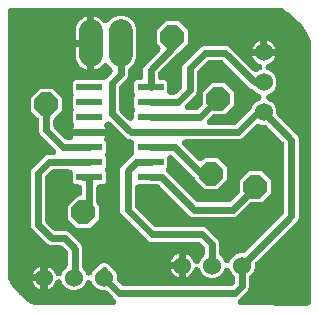
<source format=gbr>
G04 EAGLE Gerber RS-274X export*
G75*
%MOMM*%
%FSLAX34Y34*%
%LPD*%
%INBottom Copper*%
%IPPOS*%
%AMOC8*
5,1,8,0,0,1.08239X$1,22.5*%
G01*
%ADD10R,2.200000X0.600000*%
%ADD11C,1.524000*%
%ADD12C,2.032000*%
%ADD13P,2.199416X8X22.500000*%
%ADD14C,0.600000*%

G36*
X263836Y9753D02*
X263836Y9753D01*
X263936Y9751D01*
X264079Y9772D01*
X264224Y9784D01*
X264321Y9808D01*
X264420Y9823D01*
X264558Y9867D01*
X264699Y9902D01*
X264791Y9941D01*
X264886Y9972D01*
X265015Y10038D01*
X265149Y10096D01*
X265233Y10150D01*
X265322Y10195D01*
X265438Y10281D01*
X265561Y10360D01*
X265635Y10427D01*
X265715Y10486D01*
X265816Y10590D01*
X265924Y10688D01*
X265987Y10766D01*
X266056Y10837D01*
X266139Y10956D01*
X266230Y11070D01*
X266279Y11157D01*
X266335Y11239D01*
X266398Y11370D01*
X266469Y11497D01*
X266503Y11591D01*
X266546Y11681D01*
X266586Y11821D01*
X266635Y11957D01*
X266654Y12055D01*
X266681Y12151D01*
X266692Y12264D01*
X266725Y12438D01*
X266729Y12632D01*
X266740Y12750D01*
X266298Y233631D01*
X266291Y233716D01*
X266293Y233801D01*
X266271Y233959D01*
X266257Y234119D01*
X266236Y234201D01*
X266224Y234285D01*
X266186Y234399D01*
X266137Y234594D01*
X266069Y234751D01*
X266034Y234856D01*
X264496Y238273D01*
X264382Y238480D01*
X264328Y238594D01*
X261022Y244061D01*
X260884Y244254D01*
X260817Y244360D01*
X256876Y249389D01*
X256715Y249563D01*
X256636Y249660D01*
X252118Y254178D01*
X251938Y254331D01*
X251847Y254418D01*
X246817Y258359D01*
X246620Y258489D01*
X246519Y258564D01*
X242008Y261292D01*
X241989Y261301D01*
X241971Y261314D01*
X241771Y261410D01*
X241570Y261510D01*
X241549Y261516D01*
X241530Y261525D01*
X241316Y261588D01*
X241102Y261654D01*
X241081Y261657D01*
X241060Y261663D01*
X240964Y261673D01*
X240617Y261720D01*
X240528Y261717D01*
X240461Y261724D01*
X12646Y262083D01*
X12546Y262075D01*
X12447Y262077D01*
X12303Y262056D01*
X12158Y262044D01*
X12061Y262020D01*
X11962Y262006D01*
X11824Y261961D01*
X11683Y261926D01*
X11591Y261887D01*
X11496Y261856D01*
X11367Y261790D01*
X11233Y261733D01*
X11149Y261679D01*
X11061Y261633D01*
X10944Y261547D01*
X10821Y261468D01*
X10747Y261402D01*
X10667Y261342D01*
X10566Y261238D01*
X10458Y261141D01*
X10396Y261063D01*
X10326Y260991D01*
X10243Y260872D01*
X10152Y260758D01*
X10104Y260671D01*
X10047Y260589D01*
X9984Y260458D01*
X9913Y260331D01*
X9879Y260238D01*
X9837Y260147D01*
X9796Y260007D01*
X9747Y259871D01*
X9729Y259773D01*
X9701Y259677D01*
X9690Y259564D01*
X9657Y259390D01*
X9653Y259196D01*
X9642Y259078D01*
X10093Y33737D01*
X10103Y33623D01*
X10101Y33550D01*
X10106Y33521D01*
X10106Y33463D01*
X10125Y33357D01*
X10134Y33250D01*
X10160Y33146D01*
X10172Y33066D01*
X10183Y33032D01*
X10192Y32981D01*
X10223Y32897D01*
X10254Y32775D01*
X10293Y32684D01*
X10320Y32600D01*
X10373Y32497D01*
X10402Y32417D01*
X11871Y29439D01*
X11971Y29271D01*
X12026Y29164D01*
X12050Y29132D01*
X12067Y29099D01*
X15408Y24099D01*
X15575Y23889D01*
X15647Y23788D01*
X19612Y19267D01*
X19804Y19080D01*
X19889Y18990D01*
X24410Y15025D01*
X24625Y14865D01*
X24721Y14786D01*
X29721Y11445D01*
X29955Y11315D01*
X30061Y11249D01*
X31746Y10418D01*
X31875Y10367D01*
X32000Y10307D01*
X32102Y10277D01*
X32201Y10238D01*
X32337Y10209D01*
X32469Y10170D01*
X32558Y10161D01*
X32680Y10134D01*
X32944Y10121D01*
X33068Y10109D01*
X98717Y10005D01*
X98766Y10009D01*
X98816Y10007D01*
X99010Y10029D01*
X99205Y10044D01*
X99253Y10056D01*
X99302Y10062D01*
X99490Y10115D01*
X99680Y10162D01*
X99725Y10182D01*
X99773Y10195D01*
X99950Y10279D01*
X100129Y10356D01*
X100171Y10383D01*
X100216Y10404D01*
X100377Y10515D01*
X100541Y10620D01*
X100578Y10653D01*
X100619Y10681D01*
X100760Y10817D01*
X100905Y10948D01*
X100936Y10987D01*
X100971Y11021D01*
X101088Y11177D01*
X101210Y11330D01*
X101234Y11374D01*
X101264Y11413D01*
X101354Y11587D01*
X101449Y11757D01*
X101466Y11804D01*
X101489Y11848D01*
X101550Y12034D01*
X101616Y12217D01*
X101625Y12266D01*
X101640Y12313D01*
X101670Y12507D01*
X101705Y12699D01*
X101706Y12748D01*
X101714Y12797D01*
X101711Y12993D01*
X101715Y13188D01*
X101708Y13237D01*
X101708Y13287D01*
X101673Y13479D01*
X101646Y13672D01*
X101631Y13720D01*
X101622Y13769D01*
X101557Y13953D01*
X101498Y14139D01*
X101476Y14183D01*
X101459Y14230D01*
X101365Y14401D01*
X101276Y14576D01*
X101247Y14615D01*
X101223Y14659D01*
X101144Y14755D01*
X100987Y14970D01*
X100898Y15057D01*
X100842Y15125D01*
X98719Y17249D01*
X98718Y17249D01*
X94251Y21717D01*
X94143Y21808D01*
X94042Y21907D01*
X93957Y21966D01*
X93878Y22033D01*
X93757Y22106D01*
X93641Y22187D01*
X93547Y22232D01*
X93458Y22285D01*
X93327Y22337D01*
X93199Y22398D01*
X93099Y22427D01*
X93003Y22465D01*
X92865Y22495D01*
X92729Y22535D01*
X92643Y22543D01*
X92525Y22569D01*
X92253Y22583D01*
X92130Y22595D01*
X89125Y22595D01*
X85222Y24212D01*
X82234Y27200D01*
X81309Y29433D01*
X81287Y29475D01*
X81272Y29520D01*
X81176Y29693D01*
X81085Y29869D01*
X81057Y29907D01*
X81034Y29948D01*
X80911Y30104D01*
X80794Y30262D01*
X80760Y30295D01*
X80731Y30332D01*
X80584Y30465D01*
X80443Y30603D01*
X80404Y30629D01*
X80369Y30661D01*
X80203Y30769D01*
X80040Y30882D01*
X79998Y30902D01*
X79958Y30927D01*
X79777Y31006D01*
X79598Y31091D01*
X79553Y31104D01*
X79509Y31123D01*
X79319Y31172D01*
X79128Y31226D01*
X79081Y31232D01*
X79035Y31243D01*
X78838Y31260D01*
X78642Y31283D01*
X78594Y31281D01*
X78547Y31285D01*
X78350Y31269D01*
X78153Y31260D01*
X78106Y31250D01*
X78059Y31246D01*
X77868Y31199D01*
X77674Y31158D01*
X77630Y31141D01*
X77584Y31129D01*
X77402Y31051D01*
X77218Y30979D01*
X77178Y30955D01*
X77134Y30936D01*
X76968Y30830D01*
X76798Y30729D01*
X76762Y30698D01*
X76722Y30673D01*
X76575Y30540D01*
X76424Y30413D01*
X76393Y30377D01*
X76358Y30346D01*
X76234Y30191D01*
X76106Y30041D01*
X76082Y30000D01*
X76052Y29964D01*
X75993Y29855D01*
X75853Y29622D01*
X75808Y29510D01*
X75767Y29433D01*
X74842Y27200D01*
X71854Y24212D01*
X67951Y22595D01*
X63725Y22595D01*
X59822Y24212D01*
X56834Y27200D01*
X55649Y30062D01*
X55573Y30209D01*
X55506Y30359D01*
X55462Y30426D01*
X55425Y30497D01*
X55327Y30630D01*
X55236Y30768D01*
X55181Y30826D01*
X55134Y30891D01*
X55015Y31006D01*
X54903Y31126D01*
X54840Y31175D01*
X54782Y31231D01*
X54646Y31325D01*
X54516Y31426D01*
X54446Y31464D01*
X54380Y31510D01*
X54231Y31581D01*
X54086Y31659D01*
X54010Y31686D01*
X53938Y31720D01*
X53779Y31765D01*
X53623Y31819D01*
X53544Y31833D01*
X53467Y31855D01*
X53303Y31874D01*
X53141Y31902D01*
X53061Y31903D01*
X52981Y31912D01*
X52816Y31904D01*
X52652Y31905D01*
X52572Y31893D01*
X52492Y31889D01*
X52331Y31854D01*
X52168Y31828D01*
X52092Y31803D01*
X52014Y31786D01*
X51860Y31726D01*
X51704Y31674D01*
X51633Y31637D01*
X51558Y31608D01*
X51416Y31523D01*
X51270Y31447D01*
X51206Y31398D01*
X51138Y31357D01*
X51012Y31251D01*
X50880Y31151D01*
X50825Y31093D01*
X50763Y31042D01*
X50656Y30916D01*
X50543Y30797D01*
X50498Y30731D01*
X50446Y30670D01*
X50360Y30528D01*
X50268Y30392D01*
X50240Y30329D01*
X50193Y30251D01*
X50066Y29933D01*
X50025Y29841D01*
X49854Y29315D01*
X49128Y27890D01*
X48188Y26596D01*
X47057Y25466D01*
X45763Y24526D01*
X44338Y23799D01*
X43437Y23507D01*
X43437Y33215D01*
X43437Y33216D01*
X43437Y42925D01*
X44338Y42632D01*
X45763Y41906D01*
X47057Y40966D01*
X48188Y39835D01*
X49128Y38541D01*
X49854Y37116D01*
X50025Y36591D01*
X50089Y36438D01*
X50144Y36283D01*
X50183Y36213D01*
X50214Y36139D01*
X50301Y35999D01*
X50381Y35855D01*
X50431Y35792D01*
X50473Y35724D01*
X50583Y35600D01*
X50685Y35471D01*
X50744Y35417D01*
X50797Y35357D01*
X50925Y35253D01*
X51047Y35142D01*
X51114Y35098D01*
X51176Y35047D01*
X51319Y34965D01*
X51458Y34875D01*
X51531Y34843D01*
X51601Y34803D01*
X51755Y34746D01*
X51906Y34680D01*
X51984Y34660D01*
X52059Y34632D01*
X52221Y34600D01*
X52381Y34559D01*
X52460Y34553D01*
X52539Y34537D01*
X52704Y34532D01*
X52868Y34518D01*
X52948Y34524D01*
X53028Y34522D01*
X53192Y34544D01*
X53356Y34556D01*
X53434Y34576D01*
X53513Y34586D01*
X53671Y34634D01*
X53831Y34674D01*
X53905Y34705D01*
X53982Y34729D01*
X54129Y34802D01*
X54281Y34867D01*
X54349Y34910D01*
X54421Y34945D01*
X54554Y35041D01*
X54694Y35130D01*
X54753Y35184D01*
X54818Y35231D01*
X54935Y35347D01*
X55058Y35457D01*
X55108Y35520D01*
X55164Y35577D01*
X55260Y35710D01*
X55364Y35839D01*
X55396Y35900D01*
X55450Y35974D01*
X55601Y36281D01*
X55649Y36370D01*
X56834Y39232D01*
X59934Y42332D01*
X60026Y42440D01*
X60125Y42541D01*
X60184Y42626D01*
X60251Y42705D01*
X60324Y42826D01*
X60405Y42943D01*
X60450Y43036D01*
X60503Y43125D01*
X60555Y43256D01*
X60616Y43384D01*
X60645Y43484D01*
X60683Y43580D01*
X60713Y43718D01*
X60753Y43854D01*
X60761Y43940D01*
X60787Y44058D01*
X60801Y44330D01*
X60813Y44453D01*
X60813Y54136D01*
X60801Y54277D01*
X60800Y54419D01*
X60781Y54521D01*
X60773Y54624D01*
X60739Y54761D01*
X60714Y54901D01*
X60679Y54998D01*
X60654Y55099D01*
X60598Y55229D01*
X60551Y55362D01*
X60501Y55453D01*
X60460Y55548D01*
X60383Y55667D01*
X60315Y55791D01*
X60260Y55858D01*
X60195Y55960D01*
X60013Y56161D01*
X59934Y56257D01*
X56453Y59738D01*
X56346Y59830D01*
X56244Y59929D01*
X56159Y59988D01*
X56080Y60055D01*
X55959Y60128D01*
X55843Y60209D01*
X55749Y60254D01*
X55661Y60307D01*
X55529Y60359D01*
X55401Y60420D01*
X55302Y60449D01*
X55205Y60487D01*
X55067Y60517D01*
X54931Y60556D01*
X54846Y60565D01*
X54727Y60591D01*
X54455Y60604D01*
X54333Y60617D01*
X45651Y60617D01*
X43445Y61530D01*
X30031Y74944D01*
X29118Y77150D01*
X29118Y122863D01*
X30031Y125068D01*
X41008Y136045D01*
X43214Y136958D01*
X47877Y136958D01*
X47924Y136962D01*
X47971Y136960D01*
X48168Y136982D01*
X48365Y136998D01*
X48410Y137010D01*
X48457Y137015D01*
X48648Y137069D01*
X48839Y137117D01*
X48883Y137136D01*
X48928Y137149D01*
X49107Y137233D01*
X49289Y137311D01*
X49328Y137337D01*
X49371Y137357D01*
X49534Y137469D01*
X49700Y137576D01*
X49735Y137608D01*
X49774Y137635D01*
X49917Y137772D01*
X50063Y137905D01*
X50093Y137942D01*
X50127Y137974D01*
X50245Y138133D01*
X50368Y138287D01*
X50391Y138329D01*
X50419Y138367D01*
X50510Y138542D01*
X50607Y138715D01*
X50623Y138759D01*
X50644Y138801D01*
X50705Y138990D01*
X50772Y139175D01*
X50781Y139222D01*
X50795Y139267D01*
X50825Y139462D01*
X50861Y139657D01*
X50862Y139704D01*
X50869Y139751D01*
X50866Y139949D01*
X50870Y140146D01*
X50863Y140193D01*
X50863Y140240D01*
X50828Y140435D01*
X50800Y140630D01*
X50785Y140675D01*
X50777Y140722D01*
X50711Y140908D01*
X50651Y141097D01*
X50630Y141139D01*
X50614Y141183D01*
X50519Y141356D01*
X50429Y141533D01*
X50401Y141571D01*
X50378Y141612D01*
X50300Y141708D01*
X50139Y141927D01*
X50052Y142012D01*
X49998Y142078D01*
X37306Y154771D01*
X36392Y156976D01*
X36392Y166426D01*
X36380Y166567D01*
X36379Y166709D01*
X36361Y166811D01*
X36352Y166914D01*
X36318Y167051D01*
X36293Y167190D01*
X36259Y167288D01*
X36233Y167389D01*
X36177Y167519D01*
X36130Y167652D01*
X36080Y167743D01*
X36039Y167838D01*
X35962Y167957D01*
X35894Y168081D01*
X35840Y168148D01*
X35774Y168250D01*
X35592Y168451D01*
X35514Y168547D01*
X29232Y174829D01*
X29232Y185731D01*
X36941Y193441D01*
X47844Y193441D01*
X55553Y185731D01*
X55553Y174829D01*
X49272Y168547D01*
X49181Y168439D01*
X49082Y168338D01*
X49022Y168253D01*
X48955Y168174D01*
X48883Y168053D01*
X48802Y167937D01*
X48757Y167843D01*
X48703Y167754D01*
X48651Y167623D01*
X48590Y167495D01*
X48561Y167396D01*
X48523Y167299D01*
X48493Y167161D01*
X48454Y167025D01*
X48445Y166939D01*
X48420Y166821D01*
X48406Y166549D01*
X48393Y166426D01*
X48393Y161898D01*
X48405Y161757D01*
X48407Y161615D01*
X48425Y161513D01*
X48433Y161410D01*
X48468Y161273D01*
X48492Y161133D01*
X48527Y161036D01*
X48552Y160935D01*
X48608Y160805D01*
X48655Y160672D01*
X48705Y160581D01*
X48747Y160486D01*
X48823Y160367D01*
X48891Y160243D01*
X48946Y160176D01*
X49011Y160074D01*
X49194Y159873D01*
X49272Y159777D01*
X58512Y150537D01*
X58619Y150446D01*
X58721Y150347D01*
X58806Y150287D01*
X58885Y150220D01*
X59006Y150148D01*
X59122Y150066D01*
X59216Y150022D01*
X59305Y149968D01*
X59436Y149916D01*
X59564Y149855D01*
X59663Y149826D01*
X59760Y149788D01*
X59898Y149758D01*
X60034Y149719D01*
X60120Y149710D01*
X60238Y149684D01*
X60510Y149671D01*
X60633Y149658D01*
X62162Y149658D01*
X62256Y149666D01*
X62350Y149664D01*
X62499Y149686D01*
X62649Y149698D01*
X62741Y149721D01*
X62834Y149735D01*
X62978Y149781D01*
X63124Y149817D01*
X63211Y149855D01*
X63301Y149883D01*
X63435Y149952D01*
X63573Y150011D01*
X63653Y150062D01*
X63737Y150105D01*
X63859Y150195D01*
X63985Y150276D01*
X64055Y150339D01*
X64131Y150396D01*
X64236Y150504D01*
X64348Y150605D01*
X64407Y150678D01*
X64473Y150746D01*
X64559Y150870D01*
X64653Y150987D01*
X64699Y151070D01*
X64753Y151147D01*
X64818Y151283D01*
X64891Y151415D01*
X64923Y151504D01*
X64964Y151589D01*
X65006Y151734D01*
X65057Y151875D01*
X65074Y151968D01*
X65101Y152059D01*
X65112Y152174D01*
X65146Y152357D01*
X65149Y152542D01*
X65161Y152658D01*
X65161Y153358D01*
X78701Y153358D01*
X78702Y153358D01*
X92242Y153358D01*
X92242Y153023D01*
X92069Y152377D01*
X91813Y151934D01*
X91731Y151760D01*
X91643Y151590D01*
X91627Y151540D01*
X91604Y151491D01*
X91551Y151307D01*
X91492Y151125D01*
X91484Y151072D01*
X91469Y151021D01*
X91447Y150830D01*
X91419Y150641D01*
X91419Y150588D01*
X91413Y150534D01*
X91422Y150343D01*
X91425Y150152D01*
X91434Y150099D01*
X91437Y150046D01*
X91477Y149858D01*
X91510Y149670D01*
X91528Y149619D01*
X91539Y149567D01*
X91609Y149389D01*
X91673Y149208D01*
X91699Y149161D01*
X91719Y149112D01*
X91817Y148947D01*
X91909Y148779D01*
X91939Y148743D01*
X91970Y148691D01*
X92285Y148318D01*
X92288Y148315D01*
X92290Y148313D01*
X92702Y147901D01*
X92702Y139412D01*
X92655Y139356D01*
X92587Y139291D01*
X92497Y139170D01*
X92399Y139055D01*
X92351Y138974D01*
X92294Y138899D01*
X92225Y138765D01*
X92148Y138636D01*
X92113Y138548D01*
X92070Y138464D01*
X92023Y138321D01*
X91967Y138181D01*
X91947Y138088D01*
X91918Y137999D01*
X91896Y137850D01*
X91864Y137702D01*
X91859Y137608D01*
X91845Y137515D01*
X91847Y137364D01*
X91839Y137213D01*
X91850Y137120D01*
X91851Y137025D01*
X91877Y136877D01*
X91894Y136727D01*
X91920Y136636D01*
X91937Y136543D01*
X91987Y136401D01*
X92028Y136256D01*
X92068Y136171D01*
X92100Y136082D01*
X92172Y135950D01*
X92236Y135813D01*
X92290Y135736D01*
X92335Y135653D01*
X92409Y135563D01*
X92514Y135410D01*
X92643Y135277D01*
X92702Y135204D01*
X92702Y126712D01*
X92655Y126656D01*
X92587Y126591D01*
X92497Y126470D01*
X92399Y126355D01*
X92351Y126274D01*
X92294Y126199D01*
X92225Y126065D01*
X92148Y125936D01*
X92113Y125848D01*
X92070Y125764D01*
X92023Y125621D01*
X91968Y125481D01*
X91947Y125388D01*
X91918Y125299D01*
X91896Y125150D01*
X91864Y125002D01*
X91859Y124908D01*
X91845Y124815D01*
X91847Y124664D01*
X91839Y124514D01*
X91850Y124420D01*
X91851Y124325D01*
X91877Y124177D01*
X91894Y124027D01*
X91920Y123936D01*
X91937Y123843D01*
X91987Y123701D01*
X92028Y123556D01*
X92068Y123471D01*
X92100Y123382D01*
X92172Y123250D01*
X92236Y123114D01*
X92290Y123036D01*
X92335Y122953D01*
X92409Y122863D01*
X92514Y122710D01*
X92643Y122577D01*
X92702Y122504D01*
X92702Y114015D01*
X90945Y112257D01*
X87702Y112257D01*
X87608Y112249D01*
X87513Y112251D01*
X87364Y112229D01*
X87214Y112217D01*
X87122Y112194D01*
X87029Y112181D01*
X86885Y112135D01*
X86739Y112098D01*
X86652Y112061D01*
X86563Y112032D01*
X86428Y111964D01*
X86290Y111904D01*
X86211Y111853D01*
X86126Y111810D01*
X86005Y111720D01*
X85878Y111639D01*
X85808Y111576D01*
X85732Y111520D01*
X85627Y111412D01*
X85515Y111311D01*
X85457Y111237D01*
X85391Y111169D01*
X85304Y111046D01*
X85210Y110928D01*
X85165Y110846D01*
X85110Y110768D01*
X85045Y110632D01*
X84972Y110500D01*
X84940Y110412D01*
X84899Y110327D01*
X84857Y110182D01*
X84806Y110040D01*
X84789Y109947D01*
X84763Y109857D01*
X84751Y109741D01*
X84718Y109559D01*
X84714Y109373D01*
X84702Y109258D01*
X84702Y97712D01*
X84714Y97571D01*
X84716Y97430D01*
X84734Y97328D01*
X84742Y97224D01*
X84777Y97087D01*
X84801Y96948D01*
X84836Y96850D01*
X84861Y96750D01*
X84917Y96620D01*
X84964Y96486D01*
X85014Y96395D01*
X85055Y96300D01*
X85132Y96182D01*
X85200Y96057D01*
X85255Y95990D01*
X85320Y95889D01*
X85502Y95688D01*
X85581Y95591D01*
X86858Y94314D01*
X86858Y83411D01*
X79149Y75702D01*
X68246Y75702D01*
X60537Y83411D01*
X60537Y94314D01*
X68246Y102024D01*
X69702Y102024D01*
X69796Y102031D01*
X69890Y102029D01*
X70039Y102051D01*
X70189Y102063D01*
X70281Y102086D01*
X70374Y102100D01*
X70518Y102146D01*
X70664Y102182D01*
X70751Y102220D01*
X70841Y102248D01*
X70975Y102317D01*
X71113Y102377D01*
X71193Y102428D01*
X71277Y102470D01*
X71399Y102560D01*
X71525Y102641D01*
X71595Y102705D01*
X71671Y102761D01*
X71776Y102869D01*
X71888Y102970D01*
X71947Y103043D01*
X72013Y103111D01*
X72099Y103235D01*
X72193Y103353D01*
X72239Y103435D01*
X72293Y103512D01*
X72358Y103648D01*
X72431Y103780D01*
X72463Y103869D01*
X72504Y103954D01*
X72546Y104099D01*
X72597Y104241D01*
X72614Y104333D01*
X72641Y104424D01*
X72652Y104539D01*
X72686Y104722D01*
X72689Y104907D01*
X72701Y105023D01*
X72701Y109258D01*
X72693Y109352D01*
X72695Y109446D01*
X72673Y109595D01*
X72661Y109745D01*
X72638Y109837D01*
X72625Y109930D01*
X72579Y110074D01*
X72542Y110220D01*
X72505Y110307D01*
X72476Y110397D01*
X72408Y110531D01*
X72348Y110669D01*
X72297Y110749D01*
X72254Y110833D01*
X72164Y110955D01*
X72083Y111081D01*
X72020Y111151D01*
X71964Y111227D01*
X71856Y111332D01*
X71755Y111444D01*
X71681Y111503D01*
X71613Y111569D01*
X71490Y111655D01*
X71372Y111749D01*
X71289Y111795D01*
X71212Y111849D01*
X71076Y111914D01*
X70944Y111987D01*
X70856Y112019D01*
X70771Y112060D01*
X70626Y112102D01*
X70484Y112153D01*
X70391Y112170D01*
X70301Y112197D01*
X70185Y112208D01*
X70003Y112242D01*
X69817Y112245D01*
X69702Y112257D01*
X66459Y112257D01*
X64701Y114015D01*
X64701Y121958D01*
X64693Y122052D01*
X64695Y122146D01*
X64673Y122295D01*
X64661Y122445D01*
X64638Y122537D01*
X64625Y122630D01*
X64579Y122774D01*
X64542Y122920D01*
X64505Y123007D01*
X64476Y123097D01*
X64408Y123231D01*
X64348Y123369D01*
X64297Y123449D01*
X64254Y123533D01*
X64164Y123655D01*
X64083Y123781D01*
X64020Y123851D01*
X63964Y123927D01*
X63856Y124032D01*
X63755Y124144D01*
X63681Y124203D01*
X63613Y124269D01*
X63490Y124355D01*
X63372Y124449D01*
X63289Y124495D01*
X63212Y124549D01*
X63076Y124614D01*
X62944Y124687D01*
X62856Y124719D01*
X62771Y124760D01*
X62626Y124802D01*
X62484Y124853D01*
X62391Y124870D01*
X62301Y124897D01*
X62185Y124908D01*
X62003Y124942D01*
X61817Y124945D01*
X61702Y124957D01*
X48135Y124957D01*
X47994Y124945D01*
X47853Y124944D01*
X47751Y124925D01*
X47648Y124917D01*
X47510Y124883D01*
X47371Y124858D01*
X47273Y124823D01*
X47173Y124798D01*
X47043Y124742D01*
X46910Y124695D01*
X46819Y124645D01*
X46724Y124604D01*
X46605Y124527D01*
X46481Y124459D01*
X46414Y124404D01*
X46312Y124339D01*
X46110Y124157D01*
X46015Y124078D01*
X41998Y120062D01*
X41907Y119954D01*
X41808Y119853D01*
X41748Y119768D01*
X41681Y119689D01*
X41609Y119568D01*
X41527Y119451D01*
X41483Y119358D01*
X41429Y119269D01*
X41377Y119138D01*
X41316Y119010D01*
X41287Y118910D01*
X41249Y118814D01*
X41219Y118675D01*
X41180Y118540D01*
X41171Y118454D01*
X41145Y118336D01*
X41132Y118064D01*
X41119Y117941D01*
X41119Y82071D01*
X41131Y81931D01*
X41133Y81789D01*
X41151Y81687D01*
X41159Y81584D01*
X41194Y81446D01*
X41218Y81307D01*
X41253Y81209D01*
X41278Y81109D01*
X41334Y80979D01*
X41381Y80846D01*
X41431Y80755D01*
X41472Y80660D01*
X41549Y80541D01*
X41617Y80417D01*
X41672Y80350D01*
X41737Y80248D01*
X41920Y80046D01*
X41998Y79951D01*
X48452Y73497D01*
X48559Y73405D01*
X48661Y73306D01*
X48746Y73247D01*
X48825Y73180D01*
X48946Y73107D01*
X49062Y73026D01*
X49156Y72982D01*
X49245Y72928D01*
X49376Y72876D01*
X49504Y72815D01*
X49603Y72786D01*
X49700Y72748D01*
X49838Y72718D01*
X49974Y72679D01*
X50060Y72670D01*
X50178Y72644D01*
X50450Y72631D01*
X50572Y72618D01*
X59254Y72618D01*
X61460Y71705D01*
X71901Y61264D01*
X72814Y59058D01*
X72814Y42502D01*
X72826Y42361D01*
X72828Y42219D01*
X72846Y42117D01*
X72854Y42014D01*
X72889Y41877D01*
X72913Y41737D01*
X72948Y41640D01*
X72973Y41539D01*
X73029Y41409D01*
X73076Y41276D01*
X73126Y41185D01*
X73167Y41090D01*
X73244Y40971D01*
X73312Y40847D01*
X73367Y40780D01*
X73432Y40678D01*
X73614Y40477D01*
X73693Y40381D01*
X74842Y39232D01*
X75767Y36998D01*
X75789Y36956D01*
X75805Y36912D01*
X75900Y36739D01*
X75991Y36563D01*
X76019Y36525D01*
X76042Y36484D01*
X76164Y36328D01*
X76282Y36170D01*
X76316Y36137D01*
X76345Y36100D01*
X76491Y35967D01*
X76633Y35829D01*
X76672Y35802D01*
X76707Y35770D01*
X76873Y35663D01*
X77036Y35550D01*
X77078Y35530D01*
X77118Y35504D01*
X77299Y35425D01*
X77478Y35340D01*
X77523Y35327D01*
X77567Y35308D01*
X77758Y35260D01*
X77948Y35205D01*
X77995Y35200D01*
X78041Y35188D01*
X78238Y35171D01*
X78434Y35149D01*
X78482Y35151D01*
X78529Y35147D01*
X78726Y35162D01*
X78923Y35172D01*
X78970Y35181D01*
X79017Y35185D01*
X79208Y35233D01*
X79402Y35274D01*
X79446Y35291D01*
X79492Y35302D01*
X79674Y35381D01*
X79858Y35453D01*
X79898Y35477D01*
X79942Y35495D01*
X80109Y35602D01*
X80278Y35703D01*
X80314Y35733D01*
X80354Y35759D01*
X80501Y35891D01*
X80652Y36019D01*
X80683Y36055D01*
X80718Y36086D01*
X80841Y36240D01*
X80970Y36391D01*
X80994Y36431D01*
X81024Y36468D01*
X81083Y36577D01*
X81223Y36810D01*
X81268Y36922D01*
X81309Y36998D01*
X82234Y39232D01*
X85508Y42506D01*
X85535Y42538D01*
X85567Y42566D01*
X85694Y42725D01*
X85825Y42879D01*
X85846Y42915D01*
X85873Y42948D01*
X85931Y43056D01*
X86076Y43298D01*
X86119Y43405D01*
X86146Y43457D01*
X87839Y45149D01*
X90044Y46063D01*
X92432Y46063D01*
X94637Y45149D01*
X96329Y43458D01*
X96338Y43441D01*
X96352Y43401D01*
X96449Y43224D01*
X96542Y43043D01*
X96567Y43009D01*
X96587Y42972D01*
X96664Y42878D01*
X96833Y42650D01*
X96916Y42570D01*
X96968Y42506D01*
X100242Y39232D01*
X101859Y35328D01*
X101859Y32324D01*
X101870Y32183D01*
X101872Y32041D01*
X101890Y31939D01*
X101899Y31836D01*
X101933Y31699D01*
X101958Y31560D01*
X101992Y31462D01*
X102017Y31361D01*
X102074Y31231D01*
X102121Y31098D01*
X102171Y31007D01*
X102212Y30912D01*
X102288Y30793D01*
X102356Y30669D01*
X102411Y30602D01*
X102477Y30500D01*
X102659Y30299D01*
X102737Y30203D01*
X105835Y27105D01*
X105943Y27014D01*
X106044Y26915D01*
X106129Y26856D01*
X106208Y26789D01*
X106329Y26716D01*
X106445Y26635D01*
X106539Y26590D01*
X106628Y26537D01*
X106759Y26485D01*
X106887Y26424D01*
X106986Y26395D01*
X107083Y26357D01*
X107221Y26327D01*
X107357Y26287D01*
X107443Y26279D01*
X107561Y26253D01*
X107833Y26239D01*
X107956Y26227D01*
X198531Y26227D01*
X198672Y26238D01*
X198813Y26240D01*
X198915Y26258D01*
X199019Y26267D01*
X199156Y26301D01*
X199295Y26326D01*
X199393Y26360D01*
X199493Y26385D01*
X199623Y26442D01*
X199757Y26489D01*
X199848Y26539D01*
X199943Y26580D01*
X200061Y26656D01*
X200185Y26725D01*
X200253Y26779D01*
X200354Y26845D01*
X200556Y27027D01*
X200652Y27105D01*
X201373Y27826D01*
X201464Y27934D01*
X201563Y28035D01*
X201622Y28121D01*
X201689Y28200D01*
X201762Y28321D01*
X201843Y28437D01*
X201888Y28530D01*
X201941Y28619D01*
X201993Y28751D01*
X202054Y28878D01*
X202083Y28978D01*
X202121Y29074D01*
X202151Y29213D01*
X202191Y29348D01*
X202199Y29434D01*
X202225Y29553D01*
X202239Y29824D01*
X202251Y29947D01*
X202251Y33345D01*
X202240Y33485D01*
X202238Y33627D01*
X202220Y33729D01*
X202211Y33832D01*
X202177Y33970D01*
X202152Y34109D01*
X202118Y34206D01*
X202093Y34307D01*
X202036Y34437D01*
X201989Y34570D01*
X201939Y34661D01*
X201898Y34756D01*
X201822Y34875D01*
X201754Y34999D01*
X201699Y35066D01*
X201633Y35168D01*
X201451Y35369D01*
X201373Y35465D01*
X199248Y37590D01*
X198323Y39824D01*
X198301Y39866D01*
X198285Y39910D01*
X198190Y40083D01*
X198099Y40259D01*
X198071Y40297D01*
X198048Y40338D01*
X197926Y40493D01*
X197808Y40652D01*
X197774Y40685D01*
X197745Y40722D01*
X197598Y40855D01*
X197456Y40993D01*
X197418Y41020D01*
X197383Y41052D01*
X197216Y41159D01*
X197054Y41272D01*
X197012Y41292D01*
X196972Y41318D01*
X196791Y41397D01*
X196612Y41482D01*
X196567Y41495D01*
X196523Y41513D01*
X196332Y41562D01*
X196142Y41617D01*
X196095Y41622D01*
X196049Y41634D01*
X195852Y41650D01*
X195656Y41673D01*
X195608Y41671D01*
X195561Y41675D01*
X195364Y41660D01*
X195167Y41650D01*
X195120Y41640D01*
X195073Y41637D01*
X194882Y41589D01*
X194688Y41548D01*
X194644Y41531D01*
X194598Y41519D01*
X194416Y41441D01*
X194232Y41369D01*
X194192Y41345D01*
X194148Y41327D01*
X193982Y41220D01*
X193812Y41119D01*
X193776Y41088D01*
X193736Y41063D01*
X193589Y40931D01*
X193438Y40803D01*
X193407Y40767D01*
X193372Y40736D01*
X193248Y40582D01*
X193120Y40431D01*
X193095Y40391D01*
X193066Y40354D01*
X193008Y40245D01*
X192867Y40012D01*
X192822Y39900D01*
X192781Y39824D01*
X191856Y37590D01*
X188868Y34602D01*
X184965Y32985D01*
X180739Y32985D01*
X176836Y34602D01*
X173848Y37590D01*
X172662Y40452D01*
X172587Y40599D01*
X172520Y40750D01*
X172476Y40816D01*
X172439Y40888D01*
X172341Y41020D01*
X172250Y41158D01*
X172195Y41217D01*
X172148Y41281D01*
X172029Y41396D01*
X171917Y41517D01*
X171854Y41566D01*
X171796Y41622D01*
X171660Y41716D01*
X171530Y41817D01*
X171460Y41855D01*
X171394Y41901D01*
X171245Y41971D01*
X171100Y42050D01*
X171024Y42076D01*
X170952Y42110D01*
X170793Y42156D01*
X170637Y42210D01*
X170558Y42223D01*
X170481Y42245D01*
X170317Y42265D01*
X170155Y42292D01*
X170075Y42293D01*
X169995Y42302D01*
X169830Y42294D01*
X169666Y42295D01*
X169586Y42283D01*
X169506Y42279D01*
X169345Y42245D01*
X169182Y42219D01*
X169106Y42194D01*
X169028Y42177D01*
X168874Y42116D01*
X168718Y42065D01*
X168647Y42027D01*
X168572Y41998D01*
X168430Y41914D01*
X168284Y41837D01*
X168220Y41789D01*
X168152Y41748D01*
X168025Y41641D01*
X167894Y41542D01*
X167839Y41484D01*
X167777Y41432D01*
X167670Y41306D01*
X167557Y41187D01*
X167512Y41121D01*
X167460Y41060D01*
X167374Y40918D01*
X167282Y40782D01*
X167254Y40720D01*
X167206Y40641D01*
X167080Y40324D01*
X167039Y40231D01*
X166868Y39706D01*
X166142Y38281D01*
X165202Y36987D01*
X164071Y35856D01*
X162777Y34916D01*
X161352Y34190D01*
X160451Y33897D01*
X160451Y43606D01*
X160451Y53315D01*
X161352Y53022D01*
X162777Y52296D01*
X164071Y51356D01*
X165202Y50225D01*
X166142Y48932D01*
X166868Y47506D01*
X167039Y46981D01*
X167103Y46829D01*
X167158Y46673D01*
X167197Y46603D01*
X167228Y46529D01*
X167315Y46389D01*
X167395Y46245D01*
X167445Y46182D01*
X167487Y46114D01*
X167597Y45990D01*
X167699Y45861D01*
X167758Y45807D01*
X167811Y45747D01*
X167939Y45643D01*
X168061Y45532D01*
X168128Y45488D01*
X168190Y45438D01*
X168334Y45355D01*
X168472Y45266D01*
X168545Y45234D01*
X168615Y45194D01*
X168769Y45136D01*
X168920Y45070D01*
X168998Y45050D01*
X169073Y45022D01*
X169235Y44990D01*
X169395Y44950D01*
X169474Y44943D01*
X169553Y44928D01*
X169718Y44922D01*
X169882Y44908D01*
X169962Y44915D01*
X170042Y44912D01*
X170206Y44934D01*
X170370Y44947D01*
X170448Y44966D01*
X170527Y44977D01*
X170685Y45025D01*
X170845Y45064D01*
X170919Y45096D01*
X170996Y45119D01*
X171143Y45192D01*
X171295Y45257D01*
X171363Y45300D01*
X171435Y45336D01*
X171568Y45432D01*
X171707Y45521D01*
X171767Y45574D01*
X171832Y45621D01*
X171949Y45737D01*
X172072Y45848D01*
X172122Y45910D01*
X172178Y45967D01*
X172274Y46101D01*
X172378Y46230D01*
X172410Y46290D01*
X172464Y46365D01*
X172615Y46671D01*
X172662Y46760D01*
X173848Y49622D01*
X175973Y51747D01*
X176064Y51855D01*
X176163Y51956D01*
X176222Y52041D01*
X176289Y52120D01*
X176362Y52241D01*
X176443Y52357D01*
X176488Y52451D01*
X176541Y52540D01*
X176593Y52671D01*
X176654Y52799D01*
X176683Y52898D01*
X176721Y52995D01*
X176751Y53133D01*
X176791Y53269D01*
X176799Y53355D01*
X176825Y53473D01*
X176839Y53745D01*
X176851Y53868D01*
X176851Y57716D01*
X176840Y57857D01*
X176838Y57998D01*
X176820Y58100D01*
X176811Y58204D01*
X176777Y58341D01*
X176752Y58480D01*
X176718Y58578D01*
X176693Y58679D01*
X176636Y58808D01*
X176589Y58942D01*
X176539Y59033D01*
X176498Y59128D01*
X176422Y59247D01*
X176354Y59371D01*
X176299Y59438D01*
X176233Y59539D01*
X176146Y59636D01*
X176097Y59702D01*
X176026Y59772D01*
X175973Y59837D01*
X172724Y63086D01*
X172616Y63177D01*
X172515Y63276D01*
X172430Y63335D01*
X172351Y63402D01*
X172230Y63475D01*
X172114Y63556D01*
X172020Y63601D01*
X171931Y63654D01*
X171800Y63706D01*
X171672Y63767D01*
X171572Y63796D01*
X171476Y63834D01*
X171338Y63864D01*
X171202Y63904D01*
X171116Y63912D01*
X170998Y63938D01*
X170726Y63952D01*
X170603Y63964D01*
X130572Y63964D01*
X128366Y64878D01*
X106121Y87123D01*
X105207Y89328D01*
X105207Y125271D01*
X106121Y127477D01*
X114689Y136045D01*
X114849Y136111D01*
X115063Y136221D01*
X115277Y136330D01*
X115281Y136333D01*
X115285Y136335D01*
X115477Y136478D01*
X115671Y136620D01*
X115674Y136624D01*
X115678Y136626D01*
X115842Y136796D01*
X116013Y136971D01*
X116015Y136974D01*
X116019Y136978D01*
X116153Y137171D01*
X116293Y137372D01*
X116295Y137376D01*
X116298Y137380D01*
X116400Y137595D01*
X116504Y137813D01*
X116505Y137818D01*
X116507Y137822D01*
X116574Y138053D01*
X116641Y138283D01*
X116641Y138287D01*
X116642Y138293D01*
X116699Y138779D01*
X116696Y138837D01*
X116701Y138882D01*
X116701Y147358D01*
X116693Y147452D01*
X116695Y147546D01*
X116673Y147695D01*
X116661Y147845D01*
X116638Y147937D01*
X116625Y148030D01*
X116579Y148174D01*
X116542Y148320D01*
X116505Y148407D01*
X116476Y148497D01*
X116408Y148631D01*
X116348Y148769D01*
X116297Y148849D01*
X116254Y148933D01*
X116164Y149055D01*
X116083Y149181D01*
X116020Y149251D01*
X115964Y149327D01*
X115856Y149432D01*
X115755Y149544D01*
X115681Y149603D01*
X115613Y149669D01*
X115490Y149755D01*
X115372Y149849D01*
X115289Y149895D01*
X115212Y149949D01*
X115076Y150014D01*
X114944Y150087D01*
X114856Y150119D01*
X114771Y150160D01*
X114626Y150202D01*
X114484Y150253D01*
X114391Y150270D01*
X114301Y150297D01*
X114185Y150308D01*
X114003Y150342D01*
X113817Y150345D01*
X113702Y150357D01*
X112509Y150357D01*
X110303Y151270D01*
X96852Y164722D01*
X96780Y164783D01*
X96714Y164851D01*
X96593Y164942D01*
X96478Y165039D01*
X96398Y165088D01*
X96322Y165144D01*
X96188Y165213D01*
X96059Y165291D01*
X95971Y165326D01*
X95887Y165369D01*
X95744Y165415D01*
X95604Y165471D01*
X95511Y165491D01*
X95422Y165520D01*
X95273Y165543D01*
X95125Y165575D01*
X95031Y165580D01*
X94938Y165594D01*
X94787Y165592D01*
X94637Y165599D01*
X94543Y165589D01*
X94448Y165588D01*
X94300Y165561D01*
X94150Y165544D01*
X94059Y165518D01*
X93967Y165502D01*
X93825Y165452D01*
X93679Y165411D01*
X93594Y165370D01*
X93505Y165339D01*
X93373Y165266D01*
X93237Y165202D01*
X93159Y165149D01*
X93076Y165103D01*
X92986Y165030D01*
X92834Y164924D01*
X92700Y164796D01*
X92610Y164722D01*
X92290Y164402D01*
X92166Y164256D01*
X92037Y164115D01*
X92008Y164070D01*
X91973Y164029D01*
X91875Y163865D01*
X91770Y163704D01*
X91749Y163655D01*
X91721Y163609D01*
X91651Y163431D01*
X91574Y163256D01*
X91561Y163204D01*
X91541Y163154D01*
X91501Y162967D01*
X91453Y162781D01*
X91449Y162728D01*
X91437Y162676D01*
X91428Y162484D01*
X91411Y162294D01*
X91416Y162241D01*
X91413Y162187D01*
X91434Y161997D01*
X91449Y161806D01*
X91462Y161754D01*
X91468Y161701D01*
X91520Y161517D01*
X91566Y161331D01*
X91585Y161288D01*
X91602Y161230D01*
X91810Y160787D01*
X91812Y160784D01*
X91813Y160782D01*
X92069Y160338D01*
X92242Y159692D01*
X92242Y159357D01*
X78702Y159357D01*
X78701Y159357D01*
X65161Y159357D01*
X65161Y159692D01*
X65334Y160338D01*
X65590Y160782D01*
X65672Y160955D01*
X65760Y161125D01*
X65777Y161176D01*
X65799Y161224D01*
X65852Y161409D01*
X65911Y161591D01*
X65919Y161643D01*
X65934Y161695D01*
X65956Y161885D01*
X65985Y162074D01*
X65984Y162128D01*
X65990Y162181D01*
X65981Y162372D01*
X65979Y162564D01*
X65969Y162617D01*
X65967Y162670D01*
X65927Y162856D01*
X65893Y163046D01*
X65875Y163096D01*
X65864Y163148D01*
X65794Y163327D01*
X65730Y163507D01*
X65704Y163554D01*
X65685Y163604D01*
X65586Y163768D01*
X65494Y163936D01*
X65465Y163972D01*
X65434Y164024D01*
X65118Y164398D01*
X65115Y164400D01*
X65113Y164402D01*
X64701Y164815D01*
X64701Y173303D01*
X64748Y173359D01*
X64816Y173424D01*
X64906Y173545D01*
X65004Y173660D01*
X65052Y173741D01*
X65109Y173817D01*
X65178Y173951D01*
X65256Y174080D01*
X65290Y174168D01*
X65334Y174251D01*
X65380Y174395D01*
X65436Y174535D01*
X65456Y174627D01*
X65485Y174717D01*
X65508Y174866D01*
X65540Y175013D01*
X65544Y175108D01*
X65558Y175201D01*
X65557Y175351D01*
X65564Y175502D01*
X65554Y175596D01*
X65552Y175690D01*
X65526Y175839D01*
X65509Y175988D01*
X65483Y176079D01*
X65467Y176172D01*
X65416Y176314D01*
X65375Y176459D01*
X65335Y176544D01*
X65304Y176634D01*
X65231Y176766D01*
X65167Y176902D01*
X65113Y176980D01*
X65068Y177062D01*
X64994Y177152D01*
X64889Y177305D01*
X64761Y177438D01*
X64701Y177512D01*
X64701Y186003D01*
X64748Y186059D01*
X64816Y186124D01*
X64906Y186245D01*
X65004Y186360D01*
X65052Y186441D01*
X65109Y186517D01*
X65178Y186650D01*
X65256Y186780D01*
X65290Y186867D01*
X65334Y186951D01*
X65380Y187095D01*
X65436Y187235D01*
X65456Y187327D01*
X65485Y187417D01*
X65508Y187566D01*
X65540Y187713D01*
X65544Y187807D01*
X65558Y187901D01*
X65557Y188051D01*
X65564Y188202D01*
X65554Y188296D01*
X65552Y188390D01*
X65526Y188538D01*
X65509Y188688D01*
X65483Y188779D01*
X65467Y188872D01*
X65416Y189014D01*
X65375Y189159D01*
X65335Y189244D01*
X65304Y189333D01*
X65231Y189465D01*
X65167Y189602D01*
X65113Y189680D01*
X65068Y189762D01*
X64995Y189852D01*
X64889Y190005D01*
X64760Y190139D01*
X64701Y190212D01*
X64701Y198701D01*
X66459Y200458D01*
X90457Y200458D01*
X90597Y200470D01*
X90739Y200472D01*
X90841Y200490D01*
X90944Y200498D01*
X91082Y200533D01*
X91221Y200557D01*
X91318Y200592D01*
X91419Y200617D01*
X91549Y200673D01*
X91682Y200720D01*
X91773Y200770D01*
X91868Y200811D01*
X91987Y200888D01*
X92111Y200956D01*
X92178Y201011D01*
X92280Y201076D01*
X92482Y201259D01*
X92577Y201337D01*
X97743Y206502D01*
X97804Y206574D01*
X97872Y206640D01*
X97962Y206760D01*
X98059Y206875D01*
X98108Y206956D01*
X98164Y207032D01*
X98233Y207166D01*
X98311Y207295D01*
X98346Y207383D01*
X98389Y207467D01*
X98436Y207610D01*
X98491Y207750D01*
X98511Y207842D01*
X98540Y207932D01*
X98563Y208081D01*
X98595Y208228D01*
X98600Y208323D01*
X98614Y208416D01*
X98612Y208566D01*
X98620Y208717D01*
X98609Y208811D01*
X98608Y208905D01*
X98581Y209054D01*
X98564Y209203D01*
X98539Y209294D01*
X98522Y209387D01*
X98472Y209529D01*
X98431Y209674D01*
X98391Y209760D01*
X98359Y209849D01*
X98287Y209981D01*
X98222Y210117D01*
X98169Y210195D01*
X98123Y210278D01*
X98050Y210367D01*
X97945Y210520D01*
X97816Y210654D01*
X97743Y210744D01*
X94409Y214078D01*
X94344Y214133D01*
X94285Y214194D01*
X94157Y214291D01*
X94035Y214394D01*
X93963Y214438D01*
X93895Y214489D01*
X93753Y214564D01*
X93616Y214646D01*
X93537Y214678D01*
X93461Y214717D01*
X93310Y214767D01*
X93161Y214826D01*
X93078Y214844D01*
X92997Y214871D01*
X92839Y214896D01*
X92682Y214930D01*
X92597Y214934D01*
X92513Y214948D01*
X92354Y214947D01*
X92193Y214955D01*
X92109Y214945D01*
X92024Y214945D01*
X91867Y214918D01*
X91707Y214900D01*
X91625Y214876D01*
X91542Y214862D01*
X91390Y214810D01*
X91236Y214766D01*
X91160Y214730D01*
X91079Y214702D01*
X90938Y214626D01*
X90794Y214558D01*
X90724Y214509D01*
X90649Y214469D01*
X90522Y214371D01*
X90390Y214280D01*
X90329Y214221D01*
X90262Y214169D01*
X90182Y214079D01*
X90038Y213940D01*
X89935Y213803D01*
X89861Y213720D01*
X89664Y213448D01*
X88250Y212035D01*
X86633Y210859D01*
X84852Y209952D01*
X82976Y209342D01*
X82976Y231882D01*
X82976Y254422D01*
X84852Y253812D01*
X86633Y252905D01*
X88250Y251730D01*
X89664Y250316D01*
X89861Y250044D01*
X89917Y249980D01*
X89965Y249910D01*
X90076Y249795D01*
X90180Y249673D01*
X90246Y249619D01*
X90304Y249557D01*
X90432Y249462D01*
X90555Y249359D01*
X90629Y249316D01*
X90697Y249265D01*
X90839Y249191D01*
X90977Y249110D01*
X91056Y249079D01*
X91131Y249040D01*
X91284Y248990D01*
X91433Y248932D01*
X91516Y248915D01*
X91597Y248889D01*
X91755Y248865D01*
X91912Y248832D01*
X91997Y248828D01*
X92081Y248815D01*
X92241Y248817D01*
X92401Y248810D01*
X92485Y248820D01*
X92570Y248821D01*
X92728Y248849D01*
X92887Y248868D01*
X92968Y248892D01*
X93052Y248907D01*
X93203Y248960D01*
X93357Y249005D01*
X93433Y249042D01*
X93513Y249070D01*
X93654Y249147D01*
X93798Y249216D01*
X93868Y249265D01*
X93942Y249306D01*
X94035Y249382D01*
X94200Y249496D01*
X94322Y249616D01*
X94409Y249686D01*
X97921Y253199D01*
X102758Y255203D01*
X107994Y255203D01*
X112831Y253199D01*
X116533Y249497D01*
X118537Y244660D01*
X118537Y219104D01*
X116533Y214267D01*
X112712Y210446D01*
X112604Y210366D01*
X112407Y210221D01*
X112404Y210218D01*
X112400Y210215D01*
X112238Y210047D01*
X112065Y209870D01*
X112063Y209867D01*
X112060Y209864D01*
X111926Y209672D01*
X111785Y209469D01*
X111783Y209465D01*
X111781Y209461D01*
X111677Y209243D01*
X111574Y209027D01*
X111573Y209023D01*
X111571Y209019D01*
X111503Y208783D01*
X111437Y208557D01*
X111437Y208554D01*
X111436Y208549D01*
X111379Y208063D01*
X111382Y208004D01*
X111377Y207959D01*
X111377Y204456D01*
X110463Y202250D01*
X104752Y196539D01*
X104661Y196431D01*
X104562Y196330D01*
X104502Y196245D01*
X104435Y196166D01*
X104363Y196045D01*
X104282Y195929D01*
X104237Y195835D01*
X104184Y195746D01*
X104132Y195615D01*
X104070Y195487D01*
X104042Y195387D01*
X104003Y195291D01*
X103973Y195153D01*
X103934Y195017D01*
X103925Y194931D01*
X103900Y194813D01*
X103886Y194541D01*
X103874Y194418D01*
X103874Y175915D01*
X103885Y175775D01*
X103887Y175633D01*
X103905Y175531D01*
X103914Y175428D01*
X103948Y175290D01*
X103973Y175151D01*
X104007Y175053D01*
X104032Y174953D01*
X104088Y174823D01*
X104135Y174690D01*
X104185Y174599D01*
X104227Y174504D01*
X104303Y174385D01*
X104371Y174261D01*
X104426Y174194D01*
X104491Y174092D01*
X104674Y173890D01*
X104752Y173795D01*
X111581Y166966D01*
X111617Y166935D01*
X111649Y166900D01*
X111803Y166777D01*
X111954Y166649D01*
X111994Y166625D01*
X112031Y166595D01*
X112204Y166499D01*
X112374Y166397D01*
X112418Y166380D01*
X112459Y166357D01*
X112645Y166290D01*
X112829Y166217D01*
X112875Y166207D01*
X112919Y166191D01*
X113114Y166155D01*
X113307Y166113D01*
X113354Y166111D01*
X113401Y166102D01*
X113598Y166099D01*
X113796Y166089D01*
X113843Y166094D01*
X113890Y166093D01*
X114085Y166122D01*
X114282Y166144D01*
X114328Y166157D01*
X114374Y166164D01*
X114563Y166224D01*
X114753Y166278D01*
X114796Y166298D01*
X114841Y166312D01*
X115017Y166402D01*
X115196Y166486D01*
X115235Y166513D01*
X115277Y166534D01*
X115436Y166652D01*
X115599Y166764D01*
X115633Y166796D01*
X115671Y166824D01*
X115809Y166966D01*
X115951Y167103D01*
X115980Y167141D01*
X116013Y167175D01*
X116126Y167337D01*
X116244Y167495D01*
X116266Y167537D01*
X116293Y167576D01*
X116378Y167755D01*
X116469Y167930D01*
X116484Y167975D01*
X116504Y168018D01*
X116559Y168208D01*
X116620Y168396D01*
X116627Y168442D01*
X116641Y168488D01*
X116653Y168610D01*
X116694Y168879D01*
X116692Y169000D01*
X116701Y169086D01*
X116701Y173303D01*
X116748Y173359D01*
X116816Y173424D01*
X116906Y173545D01*
X117004Y173660D01*
X117052Y173741D01*
X117109Y173817D01*
X117178Y173951D01*
X117256Y174080D01*
X117290Y174168D01*
X117334Y174251D01*
X117380Y174395D01*
X117436Y174535D01*
X117456Y174627D01*
X117485Y174717D01*
X117508Y174866D01*
X117540Y175013D01*
X117544Y175108D01*
X117558Y175201D01*
X117557Y175351D01*
X117564Y175502D01*
X117554Y175596D01*
X117552Y175690D01*
X117526Y175839D01*
X117509Y175988D01*
X117483Y176079D01*
X117467Y176172D01*
X117416Y176314D01*
X117375Y176459D01*
X117335Y176544D01*
X117304Y176634D01*
X117231Y176766D01*
X117167Y176902D01*
X117113Y176980D01*
X117068Y177062D01*
X116994Y177152D01*
X116889Y177305D01*
X116761Y177438D01*
X116701Y177512D01*
X116701Y186003D01*
X116748Y186059D01*
X116816Y186124D01*
X116906Y186245D01*
X117004Y186360D01*
X117052Y186441D01*
X117109Y186517D01*
X117178Y186650D01*
X117256Y186780D01*
X117290Y186867D01*
X117334Y186951D01*
X117380Y187095D01*
X117436Y187235D01*
X117456Y187327D01*
X117485Y187417D01*
X117508Y187566D01*
X117540Y187713D01*
X117544Y187807D01*
X117558Y187901D01*
X117557Y188051D01*
X117564Y188202D01*
X117554Y188296D01*
X117552Y188390D01*
X117526Y188538D01*
X117509Y188688D01*
X117483Y188779D01*
X117467Y188872D01*
X117416Y189014D01*
X117375Y189159D01*
X117335Y189244D01*
X117304Y189333D01*
X117231Y189465D01*
X117167Y189602D01*
X117113Y189680D01*
X117068Y189762D01*
X116995Y189852D01*
X116889Y190005D01*
X116760Y190139D01*
X116701Y190212D01*
X116701Y198701D01*
X118459Y200458D01*
X121702Y200458D01*
X121796Y200466D01*
X121890Y200464D01*
X122039Y200486D01*
X122189Y200498D01*
X122281Y200521D01*
X122374Y200535D01*
X122518Y200581D01*
X122664Y200617D01*
X122751Y200655D01*
X122841Y200683D01*
X122975Y200752D01*
X123113Y200811D01*
X123193Y200862D01*
X123277Y200905D01*
X123399Y200995D01*
X123525Y201076D01*
X123595Y201139D01*
X123671Y201196D01*
X123776Y201304D01*
X123888Y201405D01*
X123947Y201478D01*
X124013Y201546D01*
X124099Y201670D01*
X124193Y201787D01*
X124239Y201870D01*
X124293Y201947D01*
X124358Y202083D01*
X124431Y202215D01*
X124463Y202304D01*
X124504Y202389D01*
X124546Y202534D01*
X124597Y202675D01*
X124614Y202768D01*
X124641Y202859D01*
X124652Y202974D01*
X124686Y203157D01*
X124689Y203342D01*
X124701Y203458D01*
X124701Y210288D01*
X125614Y212493D01*
X127724Y214603D01*
X138326Y225204D01*
X138387Y225276D01*
X138455Y225342D01*
X138545Y225463D01*
X138642Y225578D01*
X138691Y225658D01*
X138747Y225734D01*
X138816Y225868D01*
X138894Y225997D01*
X138929Y226085D01*
X138972Y226169D01*
X139019Y226312D01*
X139074Y226452D01*
X139094Y226545D01*
X139123Y226634D01*
X139146Y226783D01*
X139178Y226931D01*
X139183Y227025D01*
X139197Y227118D01*
X139195Y227269D01*
X139203Y227419D01*
X139192Y227513D01*
X139191Y227608D01*
X139164Y227756D01*
X139147Y227906D01*
X139122Y227996D01*
X139105Y228089D01*
X139055Y228232D01*
X139014Y228377D01*
X138973Y228462D01*
X138942Y228551D01*
X138869Y228683D01*
X138805Y228819D01*
X138752Y228897D01*
X138706Y228980D01*
X138633Y229070D01*
X138528Y229222D01*
X138399Y229356D01*
X138326Y229446D01*
X135990Y231782D01*
X135990Y242684D01*
X143699Y250394D01*
X154602Y250394D01*
X162311Y242684D01*
X162311Y231782D01*
X154441Y223912D01*
X154316Y223857D01*
X154183Y223810D01*
X154092Y223760D01*
X153997Y223719D01*
X153878Y223643D01*
X153754Y223575D01*
X153687Y223520D01*
X153585Y223454D01*
X153383Y223272D01*
X153288Y223194D01*
X137581Y207487D01*
X137490Y207379D01*
X137391Y207278D01*
X137331Y207193D01*
X137264Y207114D01*
X137192Y206993D01*
X137110Y206877D01*
X137066Y206783D01*
X137012Y206694D01*
X136960Y206563D01*
X136899Y206435D01*
X136870Y206336D01*
X136832Y206239D01*
X136802Y206101D01*
X136763Y205965D01*
X136754Y205879D01*
X136728Y205761D01*
X136715Y205489D01*
X136702Y205366D01*
X136702Y203458D01*
X136710Y203363D01*
X136708Y203269D01*
X136730Y203120D01*
X136742Y202970D01*
X136765Y202878D01*
X136779Y202785D01*
X136824Y202641D01*
X136861Y202495D01*
X136899Y202408D01*
X136927Y202319D01*
X136996Y202184D01*
X137055Y202046D01*
X137106Y201967D01*
X137149Y201882D01*
X137239Y201761D01*
X137320Y201634D01*
X137383Y201565D01*
X137440Y201488D01*
X137548Y201383D01*
X137649Y201271D01*
X137722Y201213D01*
X137790Y201147D01*
X137914Y201060D01*
X138031Y200966D01*
X138114Y200921D01*
X138191Y200866D01*
X138327Y200801D01*
X138459Y200728D01*
X138548Y200696D01*
X138633Y200655D01*
X138778Y200613D01*
X138919Y200562D01*
X139012Y200545D01*
X139103Y200519D01*
X139218Y200507D01*
X139401Y200474D01*
X139586Y200470D01*
X139702Y200458D01*
X142945Y200458D01*
X144702Y198701D01*
X144702Y191069D01*
X144710Y190975D01*
X144708Y190881D01*
X144730Y190732D01*
X144742Y190581D01*
X144765Y190490D01*
X144779Y190396D01*
X144824Y190253D01*
X144861Y190107D01*
X144899Y190020D01*
X144927Y189930D01*
X144996Y189795D01*
X145055Y189657D01*
X145106Y189578D01*
X145149Y189494D01*
X145239Y189372D01*
X145320Y189246D01*
X145383Y189176D01*
X145440Y189100D01*
X145548Y188994D01*
X145649Y188883D01*
X145722Y188824D01*
X145790Y188758D01*
X145914Y188672D01*
X146031Y188578D01*
X146114Y188532D01*
X146191Y188478D01*
X146327Y188413D01*
X146459Y188339D01*
X146548Y188308D01*
X146633Y188267D01*
X146778Y188225D01*
X146919Y188174D01*
X147012Y188157D01*
X147103Y188130D01*
X147218Y188119D01*
X147401Y188085D01*
X147586Y188082D01*
X147702Y188070D01*
X150177Y188070D01*
X150317Y188081D01*
X150459Y188083D01*
X150561Y188101D01*
X150664Y188110D01*
X150802Y188144D01*
X150941Y188169D01*
X151038Y188203D01*
X151139Y188229D01*
X151269Y188285D01*
X151402Y188332D01*
X151493Y188382D01*
X151588Y188423D01*
X151707Y188499D01*
X151831Y188568D01*
X151898Y188622D01*
X152000Y188688D01*
X152201Y188870D01*
X152297Y188948D01*
X156829Y193480D01*
X156920Y193587D01*
X157019Y193689D01*
X157078Y193774D01*
X157145Y193853D01*
X157218Y193974D01*
X157299Y194090D01*
X157344Y194184D01*
X157397Y194273D01*
X157449Y194404D01*
X157510Y194532D01*
X157539Y194631D01*
X157577Y194728D01*
X157607Y194866D01*
X157647Y195002D01*
X157655Y195088D01*
X157681Y195206D01*
X157690Y195388D01*
X157692Y195397D01*
X157693Y195439D01*
X157695Y195478D01*
X157707Y195601D01*
X157707Y211636D01*
X158621Y213841D01*
X160731Y215951D01*
X171588Y226809D01*
X173698Y228918D01*
X175904Y229832D01*
X195105Y229832D01*
X197311Y228918D01*
X217797Y208432D01*
X217980Y208277D01*
X218163Y208120D01*
X218167Y208118D01*
X218171Y208115D01*
X218376Y207992D01*
X218582Y207867D01*
X218586Y207866D01*
X218590Y207863D01*
X218816Y207774D01*
X219036Y207686D01*
X219041Y207685D01*
X219045Y207683D01*
X219284Y207631D01*
X219514Y207581D01*
X219519Y207580D01*
X219524Y207579D01*
X219764Y207567D01*
X220003Y207554D01*
X220008Y207555D01*
X220012Y207555D01*
X220253Y207582D01*
X220490Y207608D01*
X220494Y207609D01*
X220499Y207610D01*
X220970Y207744D01*
X221023Y207769D01*
X221066Y207782D01*
X223484Y208783D01*
X223630Y208858D01*
X223781Y208926D01*
X223848Y208970D01*
X223919Y209007D01*
X224052Y209105D01*
X224189Y209196D01*
X224248Y209250D01*
X224312Y209298D01*
X224427Y209416D01*
X224548Y209529D01*
X224597Y209592D01*
X224653Y209650D01*
X224747Y209785D01*
X224848Y209915D01*
X224886Y209986D01*
X224932Y210052D01*
X225003Y210201D01*
X225081Y210346D01*
X225107Y210421D01*
X225142Y210494D01*
X225187Y210652D01*
X225241Y210808D01*
X225255Y210887D01*
X225277Y210964D01*
X225296Y211128D01*
X225324Y211291D01*
X225324Y211371D01*
X225333Y211450D01*
X225326Y211615D01*
X225327Y211780D01*
X225314Y211859D01*
X225310Y211939D01*
X225276Y212101D01*
X225250Y212263D01*
X225225Y212339D01*
X225208Y212418D01*
X225148Y212572D01*
X225096Y212728D01*
X225059Y212799D01*
X225029Y212874D01*
X224945Y213015D01*
X224868Y213161D01*
X224820Y213225D01*
X224779Y213294D01*
X224673Y213420D01*
X224573Y213552D01*
X224515Y213607D01*
X224463Y213668D01*
X224338Y213775D01*
X224218Y213889D01*
X224152Y213934D01*
X224091Y213986D01*
X223950Y214071D01*
X223814Y214164D01*
X223751Y214192D01*
X223672Y214239D01*
X223355Y214366D01*
X223263Y214406D01*
X222737Y214577D01*
X221312Y215303D01*
X220018Y216243D01*
X218887Y217374D01*
X217947Y218668D01*
X217221Y220093D01*
X216928Y220994D01*
X226637Y220994D01*
X226638Y220994D01*
X236347Y220994D01*
X236054Y220093D01*
X235328Y218668D01*
X234388Y217374D01*
X233257Y216243D01*
X231963Y215303D01*
X230538Y214577D01*
X230012Y214406D01*
X229860Y214343D01*
X229705Y214288D01*
X229635Y214249D01*
X229561Y214218D01*
X229421Y214130D01*
X229277Y214050D01*
X229214Y214001D01*
X229146Y213958D01*
X229022Y213849D01*
X228893Y213747D01*
X228839Y213688D01*
X228779Y213634D01*
X228674Y213507D01*
X228563Y213385D01*
X228520Y213318D01*
X228469Y213255D01*
X228387Y213112D01*
X228297Y212974D01*
X228265Y212901D01*
X228225Y212831D01*
X228167Y212676D01*
X228101Y212525D01*
X228082Y212448D01*
X228054Y212373D01*
X228022Y212211D01*
X227981Y212051D01*
X227974Y211971D01*
X227959Y211892D01*
X227954Y211728D01*
X227940Y211563D01*
X227946Y211483D01*
X227944Y211403D01*
X227965Y211240D01*
X227978Y211075D01*
X227997Y210998D01*
X228008Y210918D01*
X228056Y210760D01*
X228095Y210600D01*
X228127Y210527D01*
X228150Y210450D01*
X228223Y210302D01*
X228288Y210150D01*
X228332Y210083D01*
X228367Y210011D01*
X228463Y209877D01*
X228552Y209738D01*
X228606Y209678D01*
X228652Y209613D01*
X228769Y209497D01*
X228879Y209374D01*
X228942Y209324D01*
X228998Y209267D01*
X229132Y209171D01*
X229261Y209068D01*
X229321Y209036D01*
X229396Y208982D01*
X229703Y208831D01*
X229791Y208783D01*
X232654Y207597D01*
X235641Y204610D01*
X237258Y200706D01*
X237258Y196481D01*
X235641Y192577D01*
X232654Y189590D01*
X230420Y188665D01*
X230378Y188643D01*
X230333Y188627D01*
X230160Y188531D01*
X229985Y188441D01*
X229947Y188413D01*
X229905Y188390D01*
X229750Y188267D01*
X229591Y188150D01*
X229558Y188116D01*
X229521Y188086D01*
X229389Y187940D01*
X229251Y187798D01*
X229224Y187759D01*
X229192Y187724D01*
X229085Y187559D01*
X228972Y187396D01*
X228952Y187353D01*
X228926Y187314D01*
X228847Y187132D01*
X228762Y186954D01*
X228749Y186908D01*
X228730Y186865D01*
X228681Y186673D01*
X228627Y186483D01*
X228622Y186437D01*
X228610Y186391D01*
X228593Y186193D01*
X228570Y185997D01*
X228572Y185950D01*
X228568Y185903D01*
X228584Y185706D01*
X228593Y185508D01*
X228603Y185462D01*
X228607Y185415D01*
X228654Y185223D01*
X228696Y185030D01*
X228713Y184986D01*
X228724Y184940D01*
X228802Y184758D01*
X228874Y184574D01*
X228898Y184534D01*
X228917Y184490D01*
X229024Y184323D01*
X229125Y184154D01*
X229155Y184117D01*
X229181Y184078D01*
X229313Y183931D01*
X229440Y183779D01*
X229476Y183749D01*
X229508Y183714D01*
X229662Y183590D01*
X229812Y183462D01*
X229853Y183437D01*
X229890Y183408D01*
X229999Y183349D01*
X230231Y183209D01*
X230344Y183164D01*
X230420Y183123D01*
X232654Y182197D01*
X235641Y179210D01*
X237258Y175306D01*
X237258Y172302D01*
X237270Y172161D01*
X237272Y172019D01*
X237290Y171917D01*
X237298Y171814D01*
X237332Y171677D01*
X237357Y171537D01*
X237392Y171440D01*
X237417Y171339D01*
X237473Y171209D01*
X237520Y171076D01*
X237570Y170985D01*
X237611Y170890D01*
X237688Y170771D01*
X237756Y170647D01*
X237811Y170580D01*
X237876Y170478D01*
X238058Y170277D01*
X238137Y170181D01*
X255099Y153219D01*
X256012Y151013D01*
X256012Y84172D01*
X255099Y81966D01*
X219751Y46619D01*
X219660Y46511D01*
X219561Y46410D01*
X219501Y46325D01*
X219434Y46246D01*
X219362Y46125D01*
X219281Y46009D01*
X219236Y45915D01*
X219183Y45826D01*
X219131Y45695D01*
X219070Y45567D01*
X219041Y45468D01*
X219003Y45371D01*
X218972Y45233D01*
X218933Y45097D01*
X218924Y45011D01*
X218899Y44893D01*
X218885Y44621D01*
X218873Y44498D01*
X218873Y41494D01*
X217256Y37590D01*
X215131Y35465D01*
X215040Y35358D01*
X214941Y35256D01*
X214881Y35171D01*
X214814Y35092D01*
X214742Y34971D01*
X214661Y34855D01*
X214616Y34761D01*
X214563Y34672D01*
X214511Y34541D01*
X214450Y34413D01*
X214421Y34314D01*
X214383Y34217D01*
X214352Y34079D01*
X214313Y33943D01*
X214304Y33857D01*
X214279Y33739D01*
X214265Y33467D01*
X214253Y33345D01*
X214253Y25026D01*
X213339Y22820D01*
X207768Y17249D01*
X205472Y14953D01*
X205443Y14919D01*
X205410Y14889D01*
X205285Y14733D01*
X205156Y14580D01*
X205133Y14542D01*
X205105Y14507D01*
X205007Y14332D01*
X204904Y14161D01*
X204887Y14119D01*
X204866Y14080D01*
X204797Y13891D01*
X204724Y13706D01*
X204714Y13662D01*
X204699Y13619D01*
X204663Y13423D01*
X204620Y13227D01*
X204618Y13182D01*
X204610Y13138D01*
X204605Y12939D01*
X204595Y12738D01*
X204600Y12694D01*
X204600Y12649D01*
X204628Y12451D01*
X204651Y12252D01*
X204663Y12209D01*
X204669Y12165D01*
X204730Y11974D01*
X204784Y11781D01*
X204803Y11741D01*
X204817Y11698D01*
X204908Y11519D01*
X204993Y11338D01*
X205018Y11302D01*
X205038Y11261D01*
X205157Y11100D01*
X205270Y10935D01*
X205301Y10903D01*
X205328Y10867D01*
X205471Y10727D01*
X205610Y10583D01*
X205646Y10556D01*
X205678Y10525D01*
X205841Y10410D01*
X206002Y10290D01*
X206042Y10269D01*
X206079Y10244D01*
X206259Y10157D01*
X206437Y10065D01*
X206480Y10051D01*
X206520Y10032D01*
X206712Y9976D01*
X206902Y9914D01*
X206947Y9907D01*
X206990Y9895D01*
X207112Y9882D01*
X207386Y9841D01*
X207504Y9842D01*
X207588Y9833D01*
X263736Y9745D01*
X263836Y9753D01*
G37*
G36*
X195740Y45553D02*
X195740Y45553D01*
X195937Y45562D01*
X195984Y45572D01*
X196031Y45576D01*
X196222Y45623D01*
X196416Y45664D01*
X196460Y45681D01*
X196506Y45693D01*
X196688Y45771D01*
X196871Y45843D01*
X196912Y45867D01*
X196955Y45886D01*
X197122Y45992D01*
X197292Y46093D01*
X197328Y46124D01*
X197368Y46149D01*
X197515Y46281D01*
X197666Y46409D01*
X197697Y46445D01*
X197732Y46476D01*
X197855Y46631D01*
X197984Y46781D01*
X198008Y46822D01*
X198038Y46858D01*
X198096Y46967D01*
X198237Y47200D01*
X198282Y47312D01*
X198323Y47389D01*
X199248Y49622D01*
X202236Y52610D01*
X206139Y54227D01*
X209144Y54227D01*
X209285Y54238D01*
X209426Y54240D01*
X209529Y54258D01*
X209632Y54267D01*
X209769Y54301D01*
X209908Y54326D01*
X210006Y54360D01*
X210107Y54386D01*
X210236Y54442D01*
X210370Y54489D01*
X210461Y54539D01*
X210556Y54580D01*
X210675Y54656D01*
X210799Y54725D01*
X210866Y54779D01*
X210967Y54845D01*
X211169Y55027D01*
X211265Y55105D01*
X243132Y86973D01*
X243223Y87080D01*
X243322Y87182D01*
X243382Y87267D01*
X243449Y87346D01*
X243521Y87467D01*
X243603Y87583D01*
X243647Y87677D01*
X243701Y87765D01*
X243753Y87897D01*
X243814Y88025D01*
X243843Y88124D01*
X243881Y88221D01*
X243911Y88359D01*
X243950Y88495D01*
X243959Y88580D01*
X243985Y88699D01*
X243998Y88971D01*
X244011Y89093D01*
X244011Y146092D01*
X243999Y146233D01*
X243997Y146374D01*
X243979Y146476D01*
X243971Y146580D01*
X243936Y146717D01*
X243912Y146856D01*
X243877Y146954D01*
X243852Y147054D01*
X243796Y147184D01*
X243749Y147318D01*
X243699Y147409D01*
X243658Y147504D01*
X243581Y147622D01*
X243513Y147746D01*
X243458Y147813D01*
X243393Y147915D01*
X243210Y148117D01*
X243132Y148213D01*
X229650Y161694D01*
X229543Y161786D01*
X229441Y161885D01*
X229356Y161944D01*
X229277Y162011D01*
X229156Y162084D01*
X229040Y162165D01*
X228946Y162210D01*
X228858Y162263D01*
X228726Y162315D01*
X228598Y162376D01*
X228499Y162405D01*
X228402Y162443D01*
X228264Y162473D01*
X228128Y162512D01*
X228043Y162521D01*
X227924Y162547D01*
X227652Y162560D01*
X227530Y162573D01*
X224525Y162573D01*
X222822Y163278D01*
X222596Y163351D01*
X222365Y163426D01*
X222360Y163427D01*
X222356Y163428D01*
X222120Y163463D01*
X221881Y163499D01*
X221876Y163499D01*
X221872Y163500D01*
X221635Y163496D01*
X221392Y163493D01*
X221387Y163492D01*
X221383Y163492D01*
X221147Y163450D01*
X220910Y163408D01*
X220906Y163406D01*
X220901Y163405D01*
X220670Y163323D01*
X220448Y163245D01*
X220444Y163242D01*
X220440Y163241D01*
X220228Y163123D01*
X220020Y163009D01*
X220016Y163006D01*
X220012Y163004D01*
X219628Y162700D01*
X219588Y162657D01*
X219553Y162628D01*
X208196Y151270D01*
X205990Y150357D01*
X160074Y150357D01*
X160027Y150353D01*
X159979Y150355D01*
X159783Y150333D01*
X159586Y150317D01*
X159540Y150306D01*
X159493Y150300D01*
X159303Y150246D01*
X159111Y150198D01*
X159068Y150180D01*
X159022Y150167D01*
X158843Y150082D01*
X158662Y150004D01*
X158622Y149978D01*
X158580Y149958D01*
X158417Y149846D01*
X158250Y149739D01*
X158215Y149707D01*
X158176Y149681D01*
X158034Y149543D01*
X157887Y149411D01*
X157858Y149374D01*
X157824Y149341D01*
X157706Y149183D01*
X157583Y149028D01*
X157559Y148987D01*
X157531Y148949D01*
X157441Y148774D01*
X157344Y148600D01*
X157328Y148556D01*
X157306Y148514D01*
X157245Y148326D01*
X157178Y148140D01*
X157170Y148094D01*
X157155Y148049D01*
X157125Y147853D01*
X157090Y147659D01*
X157089Y147611D01*
X157082Y147565D01*
X157084Y147367D01*
X157080Y147169D01*
X157087Y147123D01*
X157088Y147075D01*
X157122Y146881D01*
X157151Y146685D01*
X157165Y146640D01*
X157173Y146593D01*
X157239Y146407D01*
X157299Y146219D01*
X157321Y146177D01*
X157336Y146132D01*
X157432Y145959D01*
X157521Y145782D01*
X157550Y145744D01*
X157572Y145703D01*
X157650Y145608D01*
X157812Y145388D01*
X157898Y145304D01*
X157953Y145237D01*
X170494Y132696D01*
X170566Y132635D01*
X170632Y132566D01*
X170753Y132476D01*
X170867Y132379D01*
X170948Y132330D01*
X171024Y132274D01*
X171158Y132205D01*
X171287Y132127D01*
X171375Y132092D01*
X171459Y132049D01*
X171602Y132002D01*
X171742Y131947D01*
X171835Y131927D01*
X171924Y131898D01*
X172073Y131875D01*
X172221Y131843D01*
X172315Y131838D01*
X172408Y131824D01*
X172559Y131826D01*
X172709Y131819D01*
X172803Y131829D01*
X172897Y131830D01*
X173046Y131857D01*
X173196Y131874D01*
X173286Y131900D01*
X173379Y131916D01*
X173522Y131966D01*
X173666Y132007D01*
X173752Y132048D01*
X173841Y132079D01*
X173973Y132152D01*
X174109Y132216D01*
X174187Y132269D01*
X174270Y132315D01*
X174360Y132388D01*
X174512Y132493D01*
X174646Y132622D01*
X174736Y132696D01*
X176441Y134400D01*
X187343Y134400D01*
X195053Y126691D01*
X195053Y115788D01*
X187343Y108079D01*
X176441Y108079D01*
X168731Y115788D01*
X168731Y116244D01*
X168720Y116384D01*
X168718Y116526D01*
X168700Y116628D01*
X168691Y116731D01*
X168657Y116868D01*
X168632Y117008D01*
X168598Y117105D01*
X168573Y117206D01*
X168517Y117336D01*
X168469Y117469D01*
X168419Y117560D01*
X168378Y117655D01*
X168302Y117774D01*
X168234Y117898D01*
X168179Y117965D01*
X168113Y118067D01*
X167931Y118268D01*
X167853Y118364D01*
X149822Y136395D01*
X149786Y136425D01*
X149755Y136460D01*
X149600Y136584D01*
X149449Y136712D01*
X149409Y136736D01*
X149372Y136765D01*
X149199Y136862D01*
X149030Y136963D01*
X148986Y136981D01*
X148944Y137004D01*
X148758Y137071D01*
X148575Y137143D01*
X148528Y137154D01*
X148484Y137169D01*
X148290Y137205D01*
X148096Y137247D01*
X148049Y137250D01*
X148003Y137258D01*
X147805Y137262D01*
X147607Y137272D01*
X147560Y137266D01*
X147513Y137267D01*
X147318Y137239D01*
X147121Y137217D01*
X147076Y137204D01*
X147029Y137197D01*
X146840Y137137D01*
X146650Y137083D01*
X146607Y137063D01*
X146563Y137049D01*
X146386Y136959D01*
X146207Y136875D01*
X146169Y136848D01*
X146126Y136826D01*
X145967Y136709D01*
X145804Y136597D01*
X145770Y136564D01*
X145732Y136536D01*
X145594Y136394D01*
X145452Y136257D01*
X145424Y136220D01*
X145391Y136186D01*
X145277Y136023D01*
X145159Y135865D01*
X145138Y135823D01*
X145110Y135784D01*
X145025Y135605D01*
X144934Y135430D01*
X144920Y135386D01*
X144899Y135343D01*
X144844Y135153D01*
X144783Y134965D01*
X144776Y134918D01*
X144763Y134873D01*
X144750Y134750D01*
X144710Y134481D01*
X144711Y134360D01*
X144702Y134274D01*
X144702Y126712D01*
X144655Y126656D01*
X144587Y126591D01*
X144497Y126470D01*
X144399Y126355D01*
X144351Y126274D01*
X144294Y126199D01*
X144225Y126065D01*
X144148Y125936D01*
X144113Y125848D01*
X144070Y125764D01*
X144023Y125621D01*
X143968Y125481D01*
X143947Y125388D01*
X143918Y125299D01*
X143896Y125150D01*
X143864Y125002D01*
X143859Y124908D01*
X143845Y124815D01*
X143847Y124664D01*
X143839Y124514D01*
X143850Y124420D01*
X143851Y124325D01*
X143877Y124177D01*
X143894Y124027D01*
X143920Y123936D01*
X143937Y123843D01*
X143987Y123701D01*
X144028Y123556D01*
X144068Y123471D01*
X144100Y123382D01*
X144172Y123250D01*
X144236Y123114D01*
X144290Y123036D01*
X144335Y122953D01*
X144409Y122863D01*
X144514Y122710D01*
X144643Y122577D01*
X144716Y122487D01*
X144926Y122277D01*
X144964Y122169D01*
X145014Y122078D01*
X145055Y121983D01*
X145132Y121864D01*
X145200Y121740D01*
X145255Y121673D01*
X145320Y121571D01*
X145503Y121370D01*
X145581Y121274D01*
X168968Y97887D01*
X169075Y97796D01*
X169177Y97697D01*
X169262Y97637D01*
X169341Y97570D01*
X169462Y97498D01*
X169578Y97417D01*
X169672Y97372D01*
X169760Y97319D01*
X169892Y97267D01*
X170020Y97205D01*
X170119Y97177D01*
X170216Y97138D01*
X170354Y97108D01*
X170490Y97069D01*
X170575Y97060D01*
X170694Y97035D01*
X170966Y97021D01*
X171088Y97009D01*
X196472Y97009D01*
X196612Y97020D01*
X196754Y97022D01*
X196856Y97040D01*
X196959Y97049D01*
X197096Y97083D01*
X197236Y97108D01*
X197333Y97142D01*
X197434Y97167D01*
X197564Y97223D01*
X197697Y97270D01*
X197788Y97320D01*
X197883Y97362D01*
X198002Y97438D01*
X198126Y97506D01*
X198193Y97561D01*
X198295Y97626D01*
X198496Y97809D01*
X198592Y97887D01*
X205438Y104733D01*
X205530Y104841D01*
X205629Y104942D01*
X205688Y105027D01*
X205755Y105106D01*
X205828Y105227D01*
X205909Y105343D01*
X205954Y105437D01*
X206007Y105526D01*
X206059Y105657D01*
X206120Y105785D01*
X206149Y105885D01*
X206187Y105981D01*
X206217Y106119D01*
X206256Y106255D01*
X206265Y106341D01*
X206291Y106459D01*
X206304Y106731D01*
X206317Y106854D01*
X206317Y115737D01*
X214026Y123447D01*
X224929Y123447D01*
X232638Y115737D01*
X232638Y104835D01*
X224929Y97125D01*
X216045Y97125D01*
X215905Y97114D01*
X215763Y97112D01*
X215661Y97094D01*
X215558Y97085D01*
X215421Y97051D01*
X215281Y97026D01*
X215184Y96992D01*
X215083Y96967D01*
X214953Y96910D01*
X214820Y96863D01*
X214729Y96813D01*
X214634Y96772D01*
X214515Y96696D01*
X214391Y96628D01*
X214324Y96573D01*
X214222Y96507D01*
X214021Y96325D01*
X213925Y96247D01*
X205708Y88031D01*
X205708Y88030D01*
X203599Y85921D01*
X201393Y85007D01*
X166167Y85007D01*
X163961Y85921D01*
X138504Y111378D01*
X138396Y111470D01*
X138294Y111569D01*
X138209Y111628D01*
X138130Y111695D01*
X138009Y111768D01*
X137893Y111849D01*
X137799Y111894D01*
X137711Y111947D01*
X137579Y111999D01*
X137452Y112060D01*
X137352Y112089D01*
X137256Y112127D01*
X137117Y112157D01*
X136982Y112197D01*
X136896Y112205D01*
X136777Y112231D01*
X136506Y112245D01*
X136383Y112257D01*
X120208Y112257D01*
X120114Y112249D01*
X120020Y112251D01*
X119871Y112229D01*
X119720Y112217D01*
X119629Y112194D01*
X119535Y112181D01*
X119392Y112135D01*
X119246Y112098D01*
X119159Y112061D01*
X119069Y112032D01*
X118935Y111964D01*
X118796Y111904D01*
X118717Y111853D01*
X118633Y111810D01*
X118511Y111720D01*
X118385Y111639D01*
X118315Y111576D01*
X118239Y111520D01*
X118133Y111412D01*
X118022Y111311D01*
X117963Y111237D01*
X117897Y111169D01*
X117811Y111046D01*
X117717Y110928D01*
X117671Y110846D01*
X117617Y110768D01*
X117552Y110632D01*
X117478Y110500D01*
X117447Y110412D01*
X117406Y110327D01*
X117364Y110182D01*
X117313Y110040D01*
X117296Y109947D01*
X117269Y109857D01*
X117258Y109741D01*
X117224Y109559D01*
X117221Y109373D01*
X117209Y109258D01*
X117209Y94250D01*
X117220Y94109D01*
X117222Y93967D01*
X117240Y93865D01*
X117249Y93762D01*
X117283Y93625D01*
X117308Y93486D01*
X117342Y93388D01*
X117368Y93287D01*
X117424Y93157D01*
X117471Y93024D01*
X117521Y92933D01*
X117562Y92838D01*
X117638Y92719D01*
X117707Y92595D01*
X117761Y92528D01*
X117827Y92426D01*
X118009Y92225D01*
X118087Y92129D01*
X133372Y76844D01*
X133480Y76753D01*
X133581Y76654D01*
X133667Y76594D01*
X133745Y76527D01*
X133867Y76455D01*
X133983Y76374D01*
X134076Y76329D01*
X134165Y76276D01*
X134297Y76224D01*
X134424Y76162D01*
X134524Y76134D01*
X134620Y76095D01*
X134759Y76065D01*
X134894Y76026D01*
X134980Y76017D01*
X135099Y75992D01*
X135370Y75978D01*
X135493Y75966D01*
X175525Y75966D01*
X177730Y75052D01*
X187939Y64843D01*
X188853Y62638D01*
X188853Y53868D01*
X188864Y53727D01*
X188866Y53585D01*
X188884Y53483D01*
X188893Y53380D01*
X188927Y53243D01*
X188952Y53103D01*
X188986Y53006D01*
X189011Y52905D01*
X189068Y52775D01*
X189115Y52642D01*
X189165Y52551D01*
X189206Y52456D01*
X189282Y52337D01*
X189350Y52213D01*
X189405Y52146D01*
X189471Y52044D01*
X189653Y51843D01*
X189731Y51747D01*
X191856Y49622D01*
X192781Y47389D01*
X192803Y47347D01*
X192818Y47302D01*
X192915Y47129D01*
X193005Y46953D01*
X193033Y46915D01*
X193056Y46874D01*
X193178Y46719D01*
X193296Y46560D01*
X193330Y46527D01*
X193359Y46490D01*
X193505Y46357D01*
X193647Y46219D01*
X193686Y46192D01*
X193721Y46161D01*
X193887Y46053D01*
X194050Y45940D01*
X194092Y45920D01*
X194132Y45895D01*
X194313Y45815D01*
X194492Y45731D01*
X194537Y45718D01*
X194580Y45699D01*
X194773Y45650D01*
X194962Y45596D01*
X195009Y45590D01*
X195055Y45579D01*
X195252Y45562D01*
X195448Y45539D01*
X195496Y45541D01*
X195543Y45537D01*
X195740Y45553D01*
G37*
G36*
X201210Y162370D02*
X201210Y162370D01*
X201351Y162372D01*
X201453Y162390D01*
X201556Y162398D01*
X201694Y162433D01*
X201833Y162457D01*
X201931Y162492D01*
X202031Y162517D01*
X202161Y162573D01*
X202294Y162620D01*
X202385Y162670D01*
X202480Y162711D01*
X202599Y162788D01*
X202723Y162856D01*
X202790Y162911D01*
X202892Y162976D01*
X203094Y163159D01*
X203189Y163237D01*
X216131Y176178D01*
X216158Y176211D01*
X216190Y176239D01*
X216317Y176397D01*
X216448Y176551D01*
X216469Y176588D01*
X216496Y176621D01*
X216554Y176728D01*
X216699Y176971D01*
X216742Y177078D01*
X216781Y177151D01*
X217634Y179210D01*
X220621Y182197D01*
X222855Y183123D01*
X222897Y183144D01*
X222942Y183160D01*
X223114Y183256D01*
X223290Y183346D01*
X223328Y183374D01*
X223370Y183397D01*
X223525Y183520D01*
X223684Y183638D01*
X223717Y183672D01*
X223754Y183701D01*
X223887Y183847D01*
X224024Y183989D01*
X224051Y184028D01*
X224083Y184063D01*
X224191Y184229D01*
X224303Y184391D01*
X224323Y184434D01*
X224349Y184474D01*
X224428Y184655D01*
X224513Y184833D01*
X224526Y184879D01*
X224545Y184922D01*
X224593Y185113D01*
X224648Y185304D01*
X224654Y185351D01*
X224665Y185397D01*
X224682Y185593D01*
X224705Y185790D01*
X224703Y185837D01*
X224707Y185884D01*
X224691Y186081D01*
X224682Y186279D01*
X224672Y186325D01*
X224668Y186372D01*
X224621Y186564D01*
X224579Y186758D01*
X224562Y186801D01*
X224551Y186847D01*
X224473Y187029D01*
X224401Y187213D01*
X224377Y187254D01*
X224358Y187297D01*
X224251Y187464D01*
X224150Y187634D01*
X224120Y187670D01*
X224094Y187710D01*
X223962Y187857D01*
X223835Y188008D01*
X223799Y188038D01*
X223767Y188074D01*
X223613Y188197D01*
X223462Y188326D01*
X223422Y188350D01*
X223385Y188380D01*
X223277Y188438D01*
X223044Y188579D01*
X222931Y188624D01*
X222855Y188665D01*
X220621Y189590D01*
X217802Y192410D01*
X217769Y192437D01*
X217741Y192469D01*
X217583Y192595D01*
X217428Y192726D01*
X217392Y192748D01*
X217359Y192775D01*
X217252Y192832D01*
X217009Y192978D01*
X216902Y193020D01*
X216829Y193060D01*
X215750Y193506D01*
X192304Y216952D01*
X192197Y217043D01*
X192095Y217142D01*
X192010Y217202D01*
X191931Y217269D01*
X191810Y217341D01*
X191694Y217422D01*
X191600Y217467D01*
X191512Y217521D01*
X191380Y217573D01*
X191252Y217634D01*
X191153Y217663D01*
X191057Y217701D01*
X190918Y217731D01*
X190782Y217770D01*
X190697Y217779D01*
X190578Y217804D01*
X190306Y217818D01*
X190184Y217831D01*
X180825Y217831D01*
X180684Y217819D01*
X180543Y217817D01*
X180441Y217799D01*
X180337Y217791D01*
X180200Y217756D01*
X180061Y217732D01*
X179963Y217697D01*
X179863Y217672D01*
X179733Y217616D01*
X179599Y217569D01*
X179509Y217519D01*
X179413Y217477D01*
X179295Y217401D01*
X179171Y217333D01*
X179104Y217278D01*
X179002Y217213D01*
X178800Y217030D01*
X178704Y216952D01*
X170587Y208835D01*
X170496Y208727D01*
X170397Y208626D01*
X170337Y208541D01*
X170270Y208462D01*
X170198Y208341D01*
X170117Y208224D01*
X170072Y208131D01*
X170019Y208042D01*
X169967Y207911D01*
X169906Y207783D01*
X169877Y207683D01*
X169839Y207587D01*
X169808Y207448D01*
X169769Y207313D01*
X169760Y207227D01*
X169735Y207109D01*
X169721Y206837D01*
X169709Y206714D01*
X169709Y192231D01*
X169713Y192184D01*
X169710Y192136D01*
X169733Y191940D01*
X169749Y191743D01*
X169760Y191697D01*
X169765Y191650D01*
X169819Y191460D01*
X169867Y191268D01*
X169886Y191225D01*
X169899Y191179D01*
X169983Y191000D01*
X170062Y190819D01*
X170087Y190779D01*
X170097Y190759D01*
X170075Y190743D01*
X169973Y190638D01*
X169864Y190540D01*
X169802Y190463D01*
X169733Y190392D01*
X169650Y190272D01*
X169558Y190158D01*
X169519Y190085D01*
X169453Y189991D01*
X169331Y189735D01*
X169273Y189628D01*
X168795Y188473D01*
X166685Y186364D01*
X160500Y180178D01*
X160469Y180142D01*
X160434Y180111D01*
X160311Y179956D01*
X160183Y179805D01*
X160159Y179765D01*
X160130Y179728D01*
X160033Y179555D01*
X159932Y179386D01*
X159914Y179342D01*
X159891Y179300D01*
X159824Y179114D01*
X159751Y178931D01*
X159741Y178884D01*
X159725Y178840D01*
X159690Y178646D01*
X159648Y178452D01*
X159645Y178405D01*
X159637Y178359D01*
X159633Y178161D01*
X159623Y177963D01*
X159628Y177916D01*
X159628Y177869D01*
X159656Y177674D01*
X159678Y177477D01*
X159691Y177432D01*
X159698Y177385D01*
X159758Y177196D01*
X159812Y177006D01*
X159832Y176964D01*
X159846Y176919D01*
X159936Y176742D01*
X160020Y176563D01*
X160047Y176525D01*
X160069Y176482D01*
X160186Y176323D01*
X160298Y176160D01*
X160331Y176126D01*
X160359Y176088D01*
X160501Y175950D01*
X160637Y175808D01*
X160675Y175780D01*
X160709Y175747D01*
X160872Y175633D01*
X161030Y175515D01*
X161072Y175494D01*
X161110Y175466D01*
X161289Y175381D01*
X161464Y175290D01*
X161509Y175276D01*
X161552Y175255D01*
X161742Y175200D01*
X161930Y175139D01*
X161977Y175132D01*
X162022Y175119D01*
X162145Y175106D01*
X162414Y175066D01*
X162535Y175067D01*
X162621Y175058D01*
X168661Y175058D01*
X168802Y175070D01*
X168943Y175072D01*
X169045Y175090D01*
X169148Y175098D01*
X169286Y175133D01*
X169425Y175157D01*
X169523Y175192D01*
X169623Y175217D01*
X169753Y175273D01*
X169886Y175320D01*
X169977Y175370D01*
X170072Y175411D01*
X170191Y175488D01*
X170315Y175556D01*
X170382Y175611D01*
X170484Y175676D01*
X170686Y175859D01*
X170781Y175937D01*
X174165Y179321D01*
X174256Y179428D01*
X174355Y179530D01*
X174415Y179615D01*
X174482Y179694D01*
X174554Y179815D01*
X174636Y179931D01*
X174680Y180025D01*
X174734Y180113D01*
X174786Y180245D01*
X174847Y180372D01*
X174876Y180472D01*
X174914Y180568D01*
X174944Y180707D01*
X174983Y180842D01*
X174992Y180928D01*
X175018Y181047D01*
X175031Y181318D01*
X175044Y181441D01*
X175044Y188480D01*
X175032Y188626D01*
X175029Y188772D01*
X175012Y188870D01*
X175004Y188968D01*
X174968Y189110D01*
X174942Y189254D01*
X174909Y189347D01*
X174885Y189443D01*
X174827Y189577D01*
X174778Y189715D01*
X174730Y189801D01*
X174691Y189892D01*
X174653Y189951D01*
X174677Y189969D01*
X174762Y190055D01*
X174829Y190110D01*
X182753Y198034D01*
X193656Y198034D01*
X201365Y190325D01*
X201365Y179422D01*
X193656Y171713D01*
X184772Y171713D01*
X184631Y171701D01*
X184490Y171699D01*
X184388Y171681D01*
X184284Y171673D01*
X184147Y171638D01*
X184008Y171614D01*
X183910Y171579D01*
X183810Y171554D01*
X183680Y171498D01*
X183546Y171451D01*
X183455Y171401D01*
X183360Y171360D01*
X183242Y171283D01*
X183118Y171215D01*
X183050Y171160D01*
X182949Y171095D01*
X182748Y170913D01*
X182651Y170834D01*
X179296Y167478D01*
X179265Y167442D01*
X179230Y167411D01*
X179107Y167256D01*
X178979Y167105D01*
X178955Y167065D01*
X178925Y167028D01*
X178829Y166855D01*
X178727Y166686D01*
X178710Y166642D01*
X178687Y166600D01*
X178620Y166414D01*
X178547Y166231D01*
X178537Y166185D01*
X178521Y166140D01*
X178485Y165945D01*
X178443Y165752D01*
X178441Y165705D01*
X178432Y165659D01*
X178429Y165461D01*
X178419Y165263D01*
X178424Y165216D01*
X178423Y165169D01*
X178452Y164974D01*
X178474Y164777D01*
X178487Y164732D01*
X178494Y164685D01*
X178554Y164496D01*
X178608Y164306D01*
X178628Y164264D01*
X178642Y164219D01*
X178732Y164042D01*
X178816Y163863D01*
X178843Y163825D01*
X178864Y163782D01*
X178982Y163623D01*
X179094Y163460D01*
X179126Y163426D01*
X179154Y163388D01*
X179296Y163250D01*
X179433Y163108D01*
X179471Y163080D01*
X179505Y163047D01*
X179667Y162933D01*
X179825Y162815D01*
X179867Y162794D01*
X179906Y162766D01*
X180085Y162681D01*
X180260Y162590D01*
X180305Y162576D01*
X180348Y162555D01*
X180537Y162500D01*
X180726Y162439D01*
X180772Y162432D01*
X180818Y162419D01*
X180940Y162406D01*
X181209Y162366D01*
X181330Y162367D01*
X181416Y162358D01*
X201069Y162358D01*
X201210Y162370D01*
G37*
%LPC*%
G36*
X67276Y234882D02*
X67276Y234882D01*
X67276Y243042D01*
X67588Y245016D01*
X68206Y246918D01*
X69114Y248699D01*
X70289Y250316D01*
X71702Y251730D01*
X73320Y252905D01*
X75101Y253812D01*
X76977Y254422D01*
X76977Y234882D01*
X67276Y234882D01*
G37*
%LPD*%
%LPC*%
G36*
X75101Y209952D02*
X75101Y209952D01*
X73320Y210859D01*
X71702Y212035D01*
X70289Y213448D01*
X69114Y215066D01*
X68206Y216847D01*
X67588Y218748D01*
X67276Y220722D01*
X67276Y228883D01*
X76977Y228883D01*
X76977Y209342D01*
X75101Y209952D01*
G37*
%LPD*%
%LPC*%
G36*
X229637Y226993D02*
X229637Y226993D01*
X229637Y233703D01*
X230538Y233410D01*
X231963Y232684D01*
X233257Y231744D01*
X234388Y230613D01*
X235328Y229319D01*
X236054Y227894D01*
X236347Y226993D01*
X229637Y226993D01*
G37*
%LPD*%
%LPC*%
G36*
X216928Y226993D02*
X216928Y226993D01*
X217221Y227894D01*
X217947Y229319D01*
X218887Y230613D01*
X220018Y231744D01*
X221312Y232684D01*
X222737Y233410D01*
X223638Y233703D01*
X223638Y226993D01*
X216928Y226993D01*
G37*
%LPD*%
%LPC*%
G36*
X147743Y46606D02*
X147743Y46606D01*
X148036Y47506D01*
X148762Y48932D01*
X149702Y50225D01*
X150833Y51356D01*
X152127Y52296D01*
X153552Y53022D01*
X154453Y53315D01*
X154453Y46606D01*
X147743Y46606D01*
G37*
%LPD*%
%LPC*%
G36*
X30729Y36215D02*
X30729Y36215D01*
X31022Y37116D01*
X31748Y38541D01*
X32688Y39835D01*
X33819Y40966D01*
X35113Y41906D01*
X36538Y42632D01*
X37439Y42925D01*
X37439Y36215D01*
X30729Y36215D01*
G37*
%LPD*%
%LPC*%
G36*
X153552Y34190D02*
X153552Y34190D01*
X152127Y34916D01*
X150833Y35856D01*
X149702Y36987D01*
X148762Y38281D01*
X148036Y39706D01*
X147743Y40607D01*
X154453Y40607D01*
X154453Y33897D01*
X153552Y34190D01*
G37*
%LPD*%
%LPC*%
G36*
X36538Y23799D02*
X36538Y23799D01*
X35113Y24526D01*
X33819Y25466D01*
X32688Y26596D01*
X31748Y27890D01*
X31022Y29316D01*
X30729Y30216D01*
X37439Y30216D01*
X37439Y23507D01*
X36538Y23799D01*
G37*
%LPD*%
D10*
X130702Y181758D03*
X78702Y181758D03*
X130702Y194458D03*
X130702Y169058D03*
X130702Y156358D03*
X78702Y194458D03*
X78702Y169058D03*
X78702Y156358D03*
X130702Y130958D03*
X78702Y130958D03*
X130702Y143658D03*
X130702Y118258D03*
X78702Y143658D03*
X78702Y118258D03*
D11*
X226638Y223994D03*
X226638Y198594D03*
X226638Y173194D03*
X157452Y43606D03*
X182852Y43606D03*
X208252Y43606D03*
X40438Y33216D03*
X65838Y33216D03*
X91238Y33216D03*
D12*
X105376Y221722D02*
X105376Y242042D01*
X79976Y242042D02*
X79976Y221722D01*
D13*
X149151Y237233D03*
X42393Y180280D03*
X181892Y121240D03*
X188204Y184873D03*
X73697Y88863D03*
X219478Y110286D03*
D14*
X105376Y213229D02*
X105376Y231882D01*
X97873Y172187D02*
X113703Y156358D01*
X130702Y156358D01*
X105376Y205649D02*
X105376Y231882D01*
X97873Y198146D02*
X97873Y172187D01*
X97873Y198146D02*
X105376Y205649D01*
X130702Y156358D02*
X204797Y156358D01*
X221633Y173194D02*
X226638Y173194D01*
X221633Y173194D02*
X204797Y156358D01*
X226638Y173194D02*
X250011Y149820D01*
X91238Y40062D02*
X91238Y33216D01*
X208252Y43606D02*
X250011Y85366D01*
X250011Y149820D01*
X104228Y20226D02*
X91238Y33216D01*
X208252Y26219D02*
X208252Y43606D01*
X208252Y26219D02*
X202259Y20226D01*
X104228Y20226D01*
X131013Y182069D02*
X153904Y182069D01*
X131013Y182069D02*
X130702Y181758D01*
X153904Y182069D02*
X163708Y191873D01*
X163708Y210442D02*
X177097Y223831D01*
X193912Y223831D01*
X163708Y210442D02*
X163708Y191873D01*
X219149Y198594D02*
X226638Y198594D01*
X219149Y198594D02*
X193912Y223831D01*
X118088Y130958D02*
X111208Y124078D01*
X118088Y130958D02*
X130702Y130958D01*
X111208Y124078D02*
X111208Y90522D01*
X182852Y61444D02*
X182852Y43606D01*
X131765Y69965D02*
X111208Y90522D01*
X174331Y69965D02*
X182852Y61444D01*
X174331Y69965D02*
X131765Y69965D01*
X130702Y169058D02*
X172389Y169058D01*
X188204Y184873D01*
X42393Y180335D02*
X42393Y180280D01*
X42393Y158170D01*
X56905Y143658D01*
X78702Y143658D01*
X173464Y121240D02*
X181892Y121240D01*
X151046Y143658D02*
X130702Y143658D01*
X151046Y143658D02*
X173464Y121240D01*
X66814Y57864D02*
X58061Y66618D01*
X66814Y57864D02*
X66814Y34191D01*
X65838Y33216D01*
X58061Y66618D02*
X46845Y66618D01*
X35119Y121669D02*
X44407Y130958D01*
X35119Y121669D02*
X35119Y78343D01*
X46845Y66618D01*
X44407Y130958D02*
X78702Y130958D01*
X130702Y209094D02*
X149151Y227543D01*
X130702Y209094D02*
X130702Y194458D01*
X149151Y227543D02*
X149151Y237233D01*
X78702Y118258D02*
X73697Y118258D01*
X78702Y118258D02*
X78702Y93867D01*
X73697Y88863D01*
X130702Y118258D02*
X140111Y118258D01*
X200199Y91008D02*
X219478Y110286D01*
X200199Y91008D02*
X167361Y91008D01*
X140111Y118258D01*
M02*

</source>
